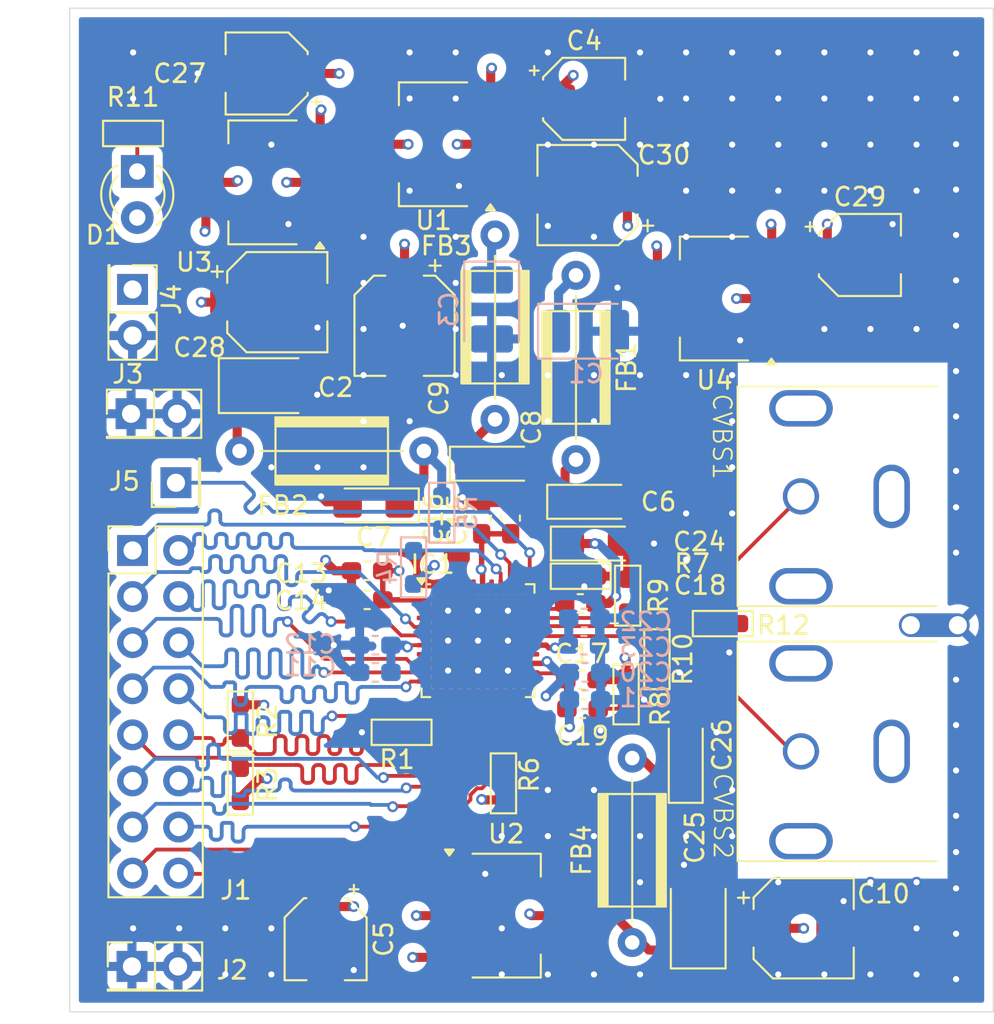
<source format=kicad_pcb>
(kicad_pcb (version 20241229) (generator "pcbnew") (generator_version "9.0")
  (layers (0 "F.Cu" signal) (4 "In1.Cu" power "GND") (6 "In2.Cu" power "PWR") (2 "B.Cu" power) (13 "F.Paste" user) (15 "B.Paste" user) (5 "F.SilkS" user "F.Silkscreen") (7 "B.SilkS" user "B.Silkscreen") (1 "F.Mask" user) (3 "B.Mask" user) (25 "Edge.Cuts" user))
  (net 0 "")
  (net 1 "GND")
  (net 2 "+3.3VPA")
  (net 3 "+3.3VPD")
  (net 4 "A3.3VDD")
  (net 5 "IO3.3VDD")
  (net 6 "D1.8VDD")
  (net 7 "A1.8VDD")
  (net 8 "Net-(IC1-EXT_LF)")
  (net 9 "Net-(IC1-COMP)")
  (net 10 "Net-(C19-Pad2)")
  (net 11 "DAC_1")
  (net 12 "DAC_3")
  (net 13 "+1.8VPD")
  (net 14 "SCL")
  (net 15 "Net-(IC1-ALSB)")
  (net 16 "+5V")
  (net 17 "~{HSYNC}")
  (net 18 "+1.8VPA")
  (net 19 "YE1")
  (net 20 "Net-(IC1-CLKIN)")
  (net 21 "YE3")
  (net 22 "SDA")
  (net 23 "Net-(IC1-~{RESET})")
  (net 24 "YE2")
  (net 25 "YE5")
  (net 26 "~{VSYNC}")
  (net 27 "YE7")
  (net 28 "Net-(IC1-RSET)")
  (net 29 "YE8")
  (net 30 "YE9")
  (net 31 "YE4")
  (net 32 "YE0")
  (net 33 "YE6")
  (net 34 "Net-(D1-Pad1)")
  (net 35 "Net-(IC1-SFL)")
  (net 36 "CGND")
  (net 37 "Net-(IC1-DAC_2)")
  (footprint "Package_TO_SOT_SMD:SOT-223-3_TabPin2" (layer "F.Cu") (at 61.8 42.6 180)
    (property "Reference" "U3")
    (property "Value" "AMS1117-3.3")
  )
  (footprint "PCM_Ferrite_THT_AKL:Ferrite_L6.0mm_D3.5mm_P10.16mm" (layer "F.Cu") (at 82.15 84.48 90)
    (property "Reference" "FB4")
    (property "Value" "Ferrite_Bead" (hide yes))
  )
  (footprint "Capacitor_SMD:C_0603_1608Metric_Pad1.08x0.95mm_HandSolder" (layer "F.Cu") (at 79.2875 65.8)
    (property "Reference" "C18")
    (property "Value" "2.2nF")
  )
  (footprint "Capacitor_SMD:C_0603_1608Metric_Pad1.08x0.95mm_HandSolder" (layer "F.Cu") (at 67.5375 65.6)
    (property "Reference" "C14")
    (property "Value" "0.1uF")
  )
  (footprint "Connector_PinHeader_2.54mm:PinHeader_2x01_P2.54mm_Vertical" (layer "F.Cu") (at 54.525 55.35)
    (property "Reference" "J3")
    (property "Value" "Conn_02x01")
  )
  (footprint "Capacitor_Tantalum_SMD:CP_EIA-3216-18_Kemet-A_Pad1.58x1.35mm_HandSolder" (layer "F.Cu") (at 85.1 74.3 90)
    (property "Reference" "C26")
    (property "Value" "10uF")
  )
  (footprint "LocalLibrary:CC-132-B1" (layer "F.Cu") (at 83.95 73.8 -90)
    (property "Reference" "CVBS2")
    (property "Value" "Conn_Coaxial")
  )
  (footprint "LED_THT:LED_D3.0mm" (layer "F.Cu") (at 54.87 42 -90)
    (property "Reference" "D1")
    (property "Value" "LED_3mm")
  )
  (footprint "PCM_Resistor_SMD_AKL:R_0603_1608Metric_Pad0.98x0.95mm_HandSolder" (layer "F.Cu") (at 60.55 75.7875 -90)
    (property "Reference" "R3")
    (property "Value" "2k2")
  )
  (footprint "PCM_Resistor_SMD_AKL:R_0603_1608Metric_Pad1.05x0.95mm_HandSolder" (layer "F.Cu") (at 54.634 39.9065 180)
    (property "Reference" "R11")
    (property "Value" "5k")
  )
  (footprint "Capacitor_SMD:CP_Elec_4x5.7" (layer "F.Cu") (at 94.7 46.6)
    (property "Reference" "C29")
    (property "Value" "10uF")
  )
  (footprint "PCM_Resistor_SMD_AKL:R_0603_1608Metric_Pad0.98x0.95mm_HandSolder" (layer "F.Cu") (at 87.1425 66.91)
    (property "Reference" "R12")
    (property "Value" "0")
  )
  (footprint "PCM_Resistor_SMD_AKL:R_0603_1608Metric_Pad0.98x0.95mm_HandSolder" (layer "F.Cu") (at 60.55 72.3 90)
    (property "Reference" "R2")
    (property "Value" "2k2")
  )
  (footprint "Capacitor_SMD:C_0603_1608Metric_Pad1.08x0.95mm_HandSolder" (layer "F.Cu") (at 75.45 61.1 90)
    (property "Reference" "C15")
    (property "Value" "0.01uF")
  )
  (footprint "PCM_Ferrite_THT_AKL:Ferrite_L6.0mm_D3.5mm_P10.16mm" (layer "F.Cu") (at 74.5875 45.5 -90)
    (property "Reference" "FB3")
    (property "Value" "Ferrite_Bead" (hide yes))
  )
  (footprint "Capacitor_SMD:CP_Elec_4x5.7" (layer "F.Cu") (at 62 36.6 180)
    (property "Reference" "C27")
    (property "Value" "10uF")
  )
  (footprint "Capacitor_SMD:CP_Elec_4x5.7" (layer "F.Cu") (at 79.5 38)
    (property "Reference" "C4")
    (property "Value" "10uF")
  )
  (footprint "NetTie:NetTie-2_THT_Pad1.0mm" (layer "F.Cu") (at 100.1 67 180)
    (property "Reference" "NT1" (hide yes))
    (property "Value" "NetTie_2" (hide yes))
  )
  (footprint "Capacitor_SMD:C_0603_1608Metric_Pad1.08x0.95mm_HandSolder" (layer "F.Cu") (at 79.4125 71.6)
    (property "Reference" "C19")
    (property "Value" "150nF")
  )
  (footprint "Capacitor_SMD:C_0603_1608Metric_Pad1.08x0.95mm_HandSolder" (layer "F.Cu") (at 73.85 61.1 -90)
    (property "Reference" "C16")
    (property "Value" "0.1uF")
  )
  (footprint "Connector_PinHeader_2.54mm:PinHeader_1x01_P2.54mm_Vertical" (layer "F.Cu") (at 57 59.15 90)
    (property "Reference" "J5")
    (property "Value" "Conn_01x01")
  )
  (footprint "Package_TO_SOT_SMD:SOT-223-3_TabPin2" (layer "F.Cu") (at 71.2 40.5 180)
    (property "Reference" "U1")
    (property "Value" "AMS1117-1.8")
  )
  (footprint "PCM_Resistor_SMD_AKL:R_0603_1608Metric_Pad0.98x0.95mm_HandSolder" (layer "F.Cu") (at 81.8125 70.8125 -90)
    (property "Reference" "R8")
    (property "Value" "170")
  )
  (footprint "Connector_PinHeader_2.54mm:PinHeader_2x01_P2.54mm_Vertical" (layer "F.Cu") (at 54.61 48.5 -90)
    (property "Reference" "J4")
    (property "Value" "Conn_02x01")
  )
  (footprint "Connector_PinHeader_2.54mm:PinHeader_2x08_P2.54mm_Vertical" (layer "F.Cu") (at 54.61 62.88)
    (property "Reference" "J1")
    (property "Value" "Conn_02x08_Odd_Even")
  )
  (footprint "PCM_Resistor_SMD_AKL:R_0603_1608Metric_Pad0.98x0.95mm_HandSolder" (layer "F.Cu") (at 69.4375 72.9)
    (property "Reference" "R1")
    (property "Value" "5k")
  )
  (footprint "Capacitor_Tantalum_SMD:CP_EIA-3216-18_Kemet-A_Pad1.58x1.35mm_HandSolder" (layer "F.Cu") (at 80.15 62.5)
    (property "Reference" "C24")
    (property "Value" "1uF")
  )
  (footprint "Capacitor_Tantalum_SMD:CP_EIA-3528-15_AVX-H_Pad1.50x2.35mm_HandSolder" (layer "F.Cu") (at 62 53.8)
    (property "Reference" "C2")
    (property "Value" "33uF")
  )
  (footprint "Capacitor_SMD:CP_Elec_5x5.7" (layer "F.Cu") (at 69.6 50.5 -90)
    (property "Reference" "C9")
    (property "Value" "22uF")
  )
  (footprint "Package_CSP:LFCSP-40-1EP_6x6mm_P0.5mm_EP3.9x3.9mm_ThermalVias" (layer "F.Cu") (at 73.65 67.85)
    (property "Reference" "IC1")
    (property "Value" "ADV7393BCPZ-REEL")
  )
  (footprint "Capacitor_Tantalum_SMD:CP_EIA-3216-18_Kemet-A_Pad1.58x1.35mm_HandSolder" (layer "F.Cu") (at 79.95 60.2)
    (property "Reference" "C6")
    (property "Value" "10uF")
  )
  (footprint "Capacitor_SMD:CP_Elec_5x5.7" (layer "F.Cu") (at 79.6875 43.3 180)
    (property "Reference" "C30")
    (property "Value" "22uF")
  )
  (footprint "Capacitor_SMD:C_0603_1608Metric_Pad1.08x0.95mm_HandSolder" (layer "F.Cu") (at 79.35 70)
    (property "Reference" "C17")
    (property "Value" "12nF")
  )
  (footprint "PCM_Resistor_SMD_AKL:R_0603_1608Metric_Pad0.98x0.95mm_HandSolder" (layer "F.Cu") (at 81.9 65.37 90)
    (property "Reference" "R9")
    (property "Value" "75")
  )
  (footprint "LocalLibrary:CC-132-B1" (layer "F.Cu") (at 83.95 59.75 -90)
    (property "Reference" "CVBS1")
    (property "Value" "Conn_Coaxial")
  )
  (footprint "Connector_PinHeader_2.54mm:PinHeader_2x01_P2.54mm_Vertical" (layer "F.Cu") (at 54.575 85.8)
    (property "Reference" "J2")
    (property "Value" "Conn_02x01")
  )
  (footprint "PCM_Resistor_SMD_AKL:R_0603_1608Metric_Pad0.98x0.95mm_HandSolder" (layer "F.Cu") (at 83.51 68.87 -90)
    (property "Reference" "R10")
    (property "Value" "75")
  )
  (footprint "PCM_Resistor_SMD_AKL:R_0603_1608Metric_Pad0.98x0.95mm_HandSolder" (layer "F.Cu") (at 75.05 75.7125 -90)
    (property "Reference" "R6")
    (property "Value" "4k7")
  )
  (footprint "PCM_Ferrite_THT_AKL:Ferrite_L6.0mm_D3.5mm_P10.16mm" (layer "F.Cu") (at 79.05 47.72 -90)
    (property "Reference" "FB1")
    (property "Value" "Ferrite_Bead" (hide yes))
  )
  (footprint "Capacitor_SMD:CP_Elec_5x5.7" (layer "F.Cu") (at 62.5875 49.2)
    (property "Reference" "C28")
    (property "Value" "22uF")
  )
  (footprint "Capacitor_SMD:CP_Elec_4x5.7" (layer "F.Cu") (at 65.25 84.3 -90)
    (property "Reference" "C5")
    (property "Value" "10uF")
  )
  (footprint "Capacitor_Tantalum_SMD:CP_EIA-3216-18_Kemet-A_Pad1.58x1.35mm_HandSolder" (layer "F.Cu") (at 74.5875 58.1)
    (property "Reference" "C8")
    (property "Value" "10uF")
  )
  (footprint "Package_TO_SOT_SMD:SOT-223-3_TabPin2" (layer "F.Cu") (at 75.2 83)
    (property "Reference" "U2")
    (property "Value" "AMS1117-1.8")
  )
  (footprint "Capacitor_Tantalum_SMD:CP_EIA-3216-18_Kemet-A_Pad1.58x1.35mm_HandSolder" (layer "F.Cu") (at 67.9 60.4 180)
    (property "Reference" "C7")
    (property "Value" "10uF")
  )
  (footprint "Capacitor_SMD:C_0603_1608Metric_Pad1.08x0.95mm_HandSolder" (layer "F.Cu") (at 67.5375 64 180)
    (property "Reference" "C13")
    (property "Value" "0.01uF")
  )
  (footprint "Capacitor_Tantalum_SMD:CP_EIA-3528-15_AVX-H_Pad1.50x2.35mm_HandSolder" (layer "F.Cu") (at 85.7875 83.275 90)
    (property "Reference" "C25")
    (property "Value" "33uF")
  )
  (footprint "PCM_Resistor_SMD_AKL:R_0603_1608Metric_Pad0.98x0.95mm_HandSolder" (layer "F.Cu") (at 79.3125 64.3)
    (property "Reference" "R7")
    (property "Value" "510")
  )
  (footprint "Capacitor_SMD:CP_Elec_5x5.7" (layer "F.Cu") (at 91.6 83.7)
    (property "Reference" "C10")
    (property "Value" "22uF")
  )
  (footprint "PCM_Ferrite_THT_AKL:Ferrite_L6.0mm_D3.5mm_P10.16mm" (layer "F.Cu") (at 60.5075 57.4)
    (property "Reference" "FB2")
    (property "Value" "Ferrite_Bead" (hide yes))
  )
  (footprint "Package_TO_SOT_SMD:SOT-223-3_TabPin2" (layer "F.Cu") (at 86.6875 49 180)
    (property "Reference" "U4")
    (property "Value" "AMS1117-3.3")
  )
  (footprint "Capacitor_SMD:C_0603_1608Metric_Pad1.08x0.95mm_HandSolder" (layer "B.Cu") (at 67.9875 69.6 180)
    (property "Reference" "C11")
    (property "Value" "0.01uF")
  )
  (footprint "Capacitor_Tantalum_SMD:CP_EIA-3528-15_AVX-H_Pad1.50x2.35mm_HandSolder" (layer "B.Cu") (at 74.4 49.6 -90)
    (property "Reference" "C3")
    (property "Value" "33uF")
  )
  (footprint "PCM_Resistor_SMD_AKL:R_0603_1608Metric_Pad0.98x0.95mm_HandSolder" (layer "B.Cu") (at 71.65 60.8 90)
    (property "Reference" "R5")
    (property "Value" "4k7")
  )
  (footprint "Capacitor_SMD:C_0603_1608Metric_Pad1.08x0.95mm_HandSolder" (layer "B.Cu") (at 79.5125 66.6)
    (property "Reference" "C22")
    (property "Value" "0.01uF")
  )
  (footprint "Capacitor_SMD:C_0603_1608Metric_Pad1.08x0.95mm_HandSolder" (layer "B.Cu") (at 79.55 71.1 180)
    (property "Reference" "C21")
    (property "Value" "0.1uF")
  )
  (footprint "Capacitor_SMD:C_0603_1608Metric_Pad1.08x0.95mm_HandSolder" (layer "B.Cu") (at 67.9875 68.1)
    (property "Reference" "C12")
    (property "Value" "0.1uF")
  )
  (footprint "Capacitor_SMD:C_0603_1608Metric_Pad1.08x0.95mm_HandSolder" (layer "B.Cu") (at 79.4875 68.1 180)
    (property "Reference" "C23")
    (property "Value" "0.1uF")
  )
  (footprint "Capacitor_Tantalum_SMD:CP_EIA-3528-15_AVX-H_Pad1.50x2.35mm_HandSolder" (layer "B.Cu") (at 79.6 50.8)
    (property "Reference" "C1")
    (property "Value" "33uF")
  )
  (footprint "Capacitor_SMD:C_0603_1608Metric_Pad1.08x0.95mm_HandSolder" (layer "B.Cu") (at 79.55 69.6)
    (property "Reference" "C20")
    (property "Value" "0.01uF")
  )
  (footprint "PCM_Resistor_SMD_AKL:R_0603_1608Metric_Pad0.98x0.95mm_HandSolder" (layer "B.Cu") (at 70.1 63.8125 -90)
    (property "Reference" "R4")
    (property "Value" "4k7")
  )
  (gr_rect (start 51.15 33) (end 102.05 88.3) (stroke (width 0.05)) (fill no) (layer "Edge.Cuts"))
  (segment (start 85.7875 81.65) (end 85.7875 80.9875) (width 0.5) (layer "F.Cu") (net 1))
  (segment (start 75.65 60.0375) (end 75.45 60.2375) (width 0.5) (layer "F.Cu") (net 1))
  (segment (start 60.2 36.6) (end 58.2 36.6) (width 0.5) (layer "F.Cu") (net 1))
  (segment (start 76.6 70.1) (end 76.574 70.074) (width 0.21) (layer "F.Cu") (net 1))
  (segment (start 84.7125 69.5625) (end 84.75 69.6) (width 0.5) (layer "F.Cu") (net 1))
  (segment (start 81.5875 62.5) (end 83.35 62.5) (width 0.5) (layer "F.Cu") (net 1))
  (segment (start 80.225 64.3) (end 81.7125 64.3) (width 0.5) (layer "F.Cu") (net 1))
  (segment (start 53.759 39.9065) (end 53.759 38.861) (width 0.21) (layer "F.Cu") (net 1))
  (segment (start 88.055 66.91) (end 88.055 66.945) (width 0.21) (layer "F.Cu") (net 1))
  (segment (start 86.7625 72.8625) (end 86.8 72.9) (width 0.5) (layer "F.Cu") (net 1))
  (segment (start 65.25 63.42) (end 65.27 63.44) (width 0.5) (layer "F.Cu") (net 1))
  (segment (start 65.42 65.08) (end 65.94 65.6) (width 0.5) (layer "F.Cu") (net 1))
  (segment (start 70.7 66.6) (end 71.6 66.6) (width 0.21) (layer "F.Cu") (net 1))
  (segment (start 76.6 70.1) (end 76.137988 70.1) (width 0.21) (layer "F.Cu") (net 1))
  (segment (start 76.6 68.6) (end 74.4 68.6) (width 0.21) (layer "F.Cu") (net 1))
  (segment (start 77.4875 44.9875) (end 77.5 45) (width 0.5) (layer "F.Cu") (net 1))
  (segment (start 87.5 67.5) (end 87.5 68.5) (width 0.21) (layer "F.Cu") (net 1))
  (segment (start 76.137988 70.1) (end 75.537988 69.5) (width 0.21) (layer "F.Cu") (net 1))
  (segment (start 73.4 64.9) (end 73.4 65.95) (width 0.21) (layer "F.Cu") (net 1))
  (segment (start 65.75 64) (end 66.675 64) (width 0.5) (layer "F.Cu") (net 1))
  (segment (start 63.75 54.3) (end 64.7875 54.3) (width 0.5) (layer "F.Cu") (net 1))
  (segment (start 85.7875 80.9875) (end 85 80.2) (width 0.5) (layer "F.Cu") (net 1))
  (segment (start 81.5875 60.4) (end 81.3875 60.2) (width 0.5) (layer "F.Cu") (net 1))
  (segment (start 74.4 65.45) (end 73.65 66.2) (width 0.21) (layer "F.Cu") (net 1))
  (segment (start 83.4 69.5625) (end 84.7125 69.5625) (width 0.5) (layer "F.Cu") (net 1))
  (segment (start 77.4875 43.3) (end 77.4875 44.9875) (width 0.5) (layer "F.Cu") (net 1))
  (segment (start 75.65 58.7) (end 75.65 60.0375) (width 0.5) (layer "F.Cu") (net 1))
  (segment (start 71.6 66.6) (end 72 66.2) (width 0.21) (layer "F.Cu") (net 1))
  (segment (start 71.25 68.6) (end 72 67.85) (width 0.21) (layer "F.Cu") (net 1))
  (segment (start 65.27 63.52) (end 65.75 64) (width 0.5) (layer "F.Cu") (net 1))
  (segment (start 81.5875 62.5) (end 81.5875 60.4) (width 0.5) (layer "F.Cu") (net 1))
  (segment (start 65.25 86.1) (end 66.7 86.1) (width 0.5) (layer "F.Cu") (net 1))
  (segment (start 81.9 64.4875) (end 81.9 62.8125) (width 0.5) (layer "F.Cu") (net 1))
  (segment (start 66.7 86.1) (end 66.8 86) (width 0.5) (layer "F.Cu") (net 1))
  (segment (start 72.9 65.45) (end 73.65 66.2) (width 0.21) (layer "F.Cu") (net 1))
  (segment (start 69.6 50.6) (end 69.5 50.5) (width 0.5) (layer "F.Cu") (net 1))
  (segment (start 80.067474 64.3) (end 80.225 64.3) (width 0.5) (layer "F.Cu") (net 1))
  (segment (start 89.8375 51.3) (end 88.1 51.3) (width 0.5) (layer "F.Cu") (net 1))
  (segment (start 71.4 64.9) (end 71.5 65) (width 0.21) (layer "F.Cu") (net 1))
  (segment (start 71.5 65) (end 71.5 65.7) (width 0.21) (layer "F.Cu") (net 1))
  (segment (start 65.94 65.6) (end 66.675 65.6) (width 0.5) (layer "F.Cu") (net 1))
  (segment (start 75.537988 69.5) (end 75.3 69.5) (width 0.21) (layer "F.Cu") (net 1))
  (segment (start 71.5 65.7) (end 72 66.2) (width 0.21) (layer "F.Cu") (net 1))
  (segment (start 72.4 65.8) (end 72 66.2) (width 0.21) (layer "F.Cu") (net 1))
  (segment (start 93.8 83.7) (end 93.8 82.2) (width 0.5) (layer "F.Cu") (net 1))
  (segment (start 81.7125 64.3) (end 81.9 64.4875) (width 0.5) (layer "F.Cu") (net 1))
  (segment (start 69.6 52.7) (end 69.6 50.6) (width 0.5) (layer "F.Cu") (net 1))
  (segment (start 72.4 64.9) (end 72.4 65.8) (width 0.21) (layer "F.Cu") (net 1))
  (segment (start 72.05 80.7) (end 74.05 80.7) (width 0.5) (layer "F.Cu") (net 1))
  (segment (start 70.7 66.1) (end 71.9 66.1) (width 0.21) (layer "F.Cu") (net 1))
  (segment (start 68.525 72.9) (end 67.25 72.9) (width 0.5) (layer "F.Cu") (net 1))
  (segment (start 73.0875 60.2375) (end 73.85 60.2375) (width 0.5) (layer "F.Cu") (net 1))
  (segment (start 53.759 38.861) (end 54.64 37.98) (width 0.21) (layer "F.Cu") (net 1))
  (segment (start 66.675 64) (end 66.675 65.6) (width 0.5) (layer "F.Cu") (net 1))
  (segment (start 72.9 64.9) (end 72.9 65.45) (width 0.21) (layer "F.Cu") (net 1))
  (segment (start 72.8 59.95) (end 73.0875 60.2375) (width 0.5) (layer "F.Cu") (net 1))
  (segment (start 88.055 66.945) (end 87.5 67.5) (width 0.21) (layer "F.Cu") (net 1))
  (segment (start 64.95 44.9) (end 63.2 44.9) (width 0.5) (layer "F.Cu") (net 1))
  (segment (start 74.4 64.9) (end 74.4 65.45) (width 0.21) (layer "F.Cu") (net 1))
  (segment (start 79.508737 64.858737) (end 80.067474 64.3) (width 0.5) (layer "F.Cu") (net 1))
  (segment (start 66.45 60.2) (end 65.3 60.2) (width 0.5) (layer "F.Cu") (net 1))
  (segment (start 71.9 64.9) (end 71.9 66.1) (width 0.21) (layer "F.Cu") (net 1))
  (segment (start 65.27 63.44) (end 65.27 63.52) (width 0.5) (layer "F.Cu") (net 1))
  (segment (start 73.4 65.95) (end 73.65 66.2) (width 0.21) (layer "F.Cu") (net 1))
  (segment (start 71.9 66.1) (end 72 66.2) (width 0.21) (layer "F.Cu") (net 1))
  (segment (start 70.7 68.6) (end 71.25 68.6) (width 0.21) (layer "F.Cu") (net 1))
  (segment (start 65.3 60.2) (end 65 59.9) (width 0.5) (layer "F.Cu") (net 1))
  (segment (start 64.7875 50.5875) (end 64.8 50.6) (width 0.5) (layer "F.Cu") (net 1))
  (segment (start 96.5 46.6) (end 96.5 44.9) (width 0.5) (layer "F.Cu") (net 1))
  (segment (start 85.1 72.8625) (end 86.7625 72.8625) (width 0.5) (layer "F.Cu") (net 1))
  (segment (start 74.35 42.8) (end 72.6 42.8) (width 0.5) (layer "F.Cu") (net 1))
  (segment (start 64.7875 49.2) (end 64.7875 50.5875) (width 0.5) (layer "F.Cu") (net 1))
  (segment (start 75.45 60.2375) (end 73.85 60.2375) (width 0.5) (layer "F.Cu") (net 1))
  (segment (start 81.3 38) (end 83.7 38) (width 0.5) (layer "F.Cu") (net 1))
  (via (at 63.2 44.9) (size 0.6) (drill 0.34) (layers "F.Cu" "B.Cu") (net 1))
  (via (at 54.64 37.98) (size 0.6) (drill 0.34) (layers "F.Cu" "B.Cu") (net 1))
  (via (at 80.04 45.6) (size 0.6) (drill 0.34) (layers "F.Cu" "B.Cu") (net 1))
  (via (at 95.28 35.44) (size 0.6) (drill 0.34) (layers "F.Cu" "B.Cu") (net 1))
  (via (at 64.8 50.6) (size 0.6) (drill 0.34) (layers "F.Cu" "B.Cu") (net 1))
  (via (at 100 72.5) (size 0.6) (drill 0.34) (layers "F.Cu" "B.Cu") (net 1))
  (via (at 100 81.5) (size 0.6) (drill 0.34) (layers "F.Cu" "B.Cu") (net 1))
  (via (at 62.26 83.7) (size 0.6) (drill 0.34) (layers "F.Cu" "B.Cu") (net 1))
  (via (at 59.72 83.7) (size 0.6) (drill 0.34) (layers "F.Cu" "B.Cu") (net 1))
  (via (at 59.72 86.24) (size 0.6) (drill 0.34) (layers "F.Cu" "B.Cu") (net 1))
  (via (at 79.508737 64.858737) (size 0.6) (drill 0.34) (layers "F.Cu" "B.Cu") (net 1))
  (via (at 87.66 60.84) (size 0.6) (drill 0.34) (layers "F.Cu" "B.Cu") (net 1))
  (via (at 85.12 63.38) (size 0.6) (drill 0.34) (layers "F.Cu" "B.Cu") (net 1))
  (via (at 80.04 76.08) (size 0.6) (drill 0.34) (layers "F.Cu" "B.Cu") (net 1))
  (via (at 100 75) (size 0.6) (drill 0.34) (layers "F.Cu" "B.Cu") (net 1))
  (via (at 83.7 38) (size 0.6) (drill 0.34) (layers "F.Cu" "B.Cu") (net 1))
  (via (at 87.66 78.62) (size 0.6) (drill 0.34) (layers "F.Cu" "B.Cu") (net 1))
  (via (at 100 60.5) (size 0.6) (drill 0.34) (layers "F.Cu" "B.Cu") (net 1))
  (via (at 87.66 45.6) (size 0.6) (drill 0.34) (layers "F.Cu" "B.Cu") (net 1))
  (via (at 80.4 72.8) (size 0.6) (drill 0.34) (layers "F.Cu" "B.Cu") (net 1))
  (via (at 85.12 43.06) (size 0.6) (drill 0.34) (layers "F.Cu" "B.Cu") (net 1))
  (via (at 80.04 55.76) (size 0.6) (drill 0.34) (layers "F.Cu" "B.Cu") (net 1))
  (via (at 87.66 37.98) (size 0.6) (drill 0.34) (layers "F.Cu" "B.Cu") (net 1))
  (via (at 86.8 72.9) (size 0.6) (drill 0.34) (layers "F.Cu" "B.Cu") (net 1))
  (via (at 90.2 35.44) (size 0.6) (drill 0.34) (layers "F.Cu" "B.Cu") (net 1))
  (via (at 87.66 40.52) (size 0.6) (drill 0.34) (layers "F.Cu" "B.Cu") (net 1))
  (via (at 74.05 80.7) (size 0.6) (drill 0.34) (layers "F.Cu" "B.Cu") (net 1))
  (via (at 85 80.2) (size 0.6) (drill 0.34) (layers "F.Cu" "B.Cu") (net 1))
  (via (at 93.8 82.2) (size 0.6) (drill 0.34) (layers "F.Cu" "B.Cu") (net 1))
  (via (at 67.34 53.22) (size 0.6) (drill 0.34) (layers "F.Cu" "B.Cu") (net 1))
  (via (at 92.74 37.98) (size 0.6) (drill 0.34) (layers "F.Cu" "B.Cu") (net 1))
  (via (at 100 43) (size 0.6) (drill 0.34) (layers "F.Cu" "B.Cu") (net 1))
  (via (at 87.5 68.5) (size 0.6) (drill 0.34) (layers "F.Cu" "B.Cu") (net 1))
  (via (at 92.74 40.52) (size 0.6) (drill 0.34) (layers "F.Cu" "B.Cu") (net 1))
  (via (at 100 38) (size 0.6) (drill 0.34) (layers "F.Cu" "B.Cu") (net 1))
  (via (at 97.82 37.98) (size 0.6) (drill 0.34) (layers "F.Cu" "B.Cu") (net 1))
  (via (at 69.88 37.98) (size 0.6) (drill 0.34) (layers "F.Cu" "B.Cu") (net 1))
  (via (at 95.28 43.06) (size 0.6) (drill 0.34) (layers "F.Cu" "B.Cu") (net 1))
  (via (at 85.12 35.44) (size 0.6) (drill 0.34) (layers "F.Cu" "B.Cu") (net 1))
  (via (at 72.8 59.95) (size 0.6) (drill 0.34) (layers "F.Cu" "B.Cu") (net 1))
  (via (at 77.5 86.24) (size 0.6) (drill 0.34) (layers "F.Cu" "B.Cu") (net 1))
  (via (at 97.82 40.52) (size 0.6) (drill 0.34) (layers "F.Cu" "B.Cu") (net 1))
  (via (at 97.82 35.44) (size 0.6) (drill 0.34) (layers "F.Cu" "B.Cu") (net 1))
  (via (at 72.42 53.22) (size 0.6) (drill 0.34) (layers "F.Cu" "B.Cu") (net 1))
  (via (at 82.58 81.16) (size 0.6) (drill 0.34) (layers "F.Cu" "B.Cu") (net 1))
  (via (at 84.75 69.6) (size 0.6) (drill 0.34) (layers "F.Cu" "B.Cu") (net 1))
  (via (at 72.6 42.8) (size 0.6) (drill 0.34) (layers "F.Cu" "B.Cu") (net 1))
  (via (at 54.64 35.44) (size 0.6) (drill 0.34) (layers "F.Cu" "B.Cu") (net 1))
  (via (at 92.74 35.44) (size 0.6) (drill 0.34) (layers "F.Cu" "B.Cu") (net 1))
  (via (at 54.64 83.7) (size 0.6) (drill 0.34) (layers "F.Cu" "B.Cu") (net 1))
  (via (at 97.82 86.24) (size 0.6) (drill 0.34) (layers "F.Cu" "B.Cu") (net 1))
  (via (at 62.26 40.52) (size 0.6) (drill 0.34) (layers "F.Cu" "B.Cu") (net 1))
  (via (at 95.28 40.52) (size 0.6) (drill 0.34) (layers "F.Cu" "B.Cu") (net 1))
  (via (at 97.82 81.16) (size 0.6) (drill 0.34) (layers "F.Cu" "B.Cu") (net 1))
  (via (at 87.66 35.44) (size 0.6) (drill 0.34) (layers "F.Cu" "B.Cu") (net 1))
  (via (at 90.2 86.24) (size 0.6) (drill 0.34) (layers "F.Cu" "B.Cu") (net 1))
  (via (at 74.96 78.62) (size 0.6) (drill 0.34) (layers "F.Cu" "B.Cu") (net 1))
  (via (at 88.1 51.3) (size 0.6) (drill 0.34) (layers "F.Cu" "B.Cu") (net 1))
  (via (at 66.8 86) (size 0.6) (drill 0.34) (layers "F.Cu" "B.Cu") (net 1))
  (via (at 95.28 81.16) (size 0.6) (drill 0.34) (layers "F.Cu" "B.Cu") (net 1))
  (via (at 77.5 78.62) (size 0.6) (drill 0.34) (layers "F.Cu" "B.Cu") (net 1))
  (via (at 69.88 43.06) (size 0.6) (drill 0.34) (layers "F.Cu" "B.Cu") (net 1))
  (via (at 95.28 86.24) (size 0.6) (drill 0.34) (layers "F.Cu" "B.Cu") (net 1))
  (via (at 77.5 35.44) (size 0.6) (drill 0.34) (layers "F.Cu" "B.Cu") (net 1))
  (via (at 100 48) (size 0.6) (drill 0.34) (layers "F.Cu" "B.Cu") (net 1))
  (via (at 97.82 50.68) (size 0.6) (drill 0.34) (layers "F.Cu" "B.Cu") (net 1))
  (via (at 62.26 58.3) (size 0.6) (drill 0.34) (layers "F.Cu" "B.Cu") (net 1))
  (via (at 95.28 50.68) (size 0.6) (drill 0.34) (layers "F.Cu" "B.Cu") (net 1))
  (via (at 82.58 78.62) (size 0.6) (drill 0.34) (layers "F.Cu" "B.Cu") (net 1))
  (via (at 92.74 43.06) (size 0.6) (drill 0.34) (layers "F.Cu" "B.Cu") (net 1))
  (via (at 97.82 83.7) (size 0.6) (drill 0.34) (layers "F.Cu" "B.Cu") (net 1))
  (via (at 67.34 48.14) (size 0.6) (drill 0.34) (layers "F.Cu" "B.Cu") (net 1))
  (via (at 77.5 45) (size 0.6) (drill 0.34) (layers "F.Cu" "B.Cu") (net 1))
  (via (at 77.5 40.52) (size 0.6) (drill 0.34) (layers "F.Cu" "B.Cu") (net 1))
  (via (at 81.3375 48.4) (size 0.6) (drill 0.34) (layers "F.Cu" "B.Cu") (net 1))
  (via (at 83.35 62.5) (size 0.6) (drill 0.34) (layers "F.Cu" "B.Cu") (net 1))
  (via (at 72.42 35.44) (size 0.6) (drill 0.34) (layers "F.Cu" "B.Cu") (net 1))
  (via (at 85.12 60.84) (size 0.6) (drill 0.34) (layers "F.Cu" "B.Cu") (net 1))
  (via (at 80.04 78.62) (size 0.6) (drill 0.34) (layers "F.Cu" "B.Cu") (net 1))
  (via (at 100 70) (size 0.6) (drill 0.34) (layers "F.Cu" "B.Cu") (net 1))
  (via (at 67.34 45.6) (size 0.6) (drill 0.34) (layers "F.Cu" "B.Cu") (net 1))
  (via (at 77.5 55.76) (size 0.6) (drill 0.34) (layers "F.Cu" "B.Cu") (net 1))
  (via (at 100 77.5) (size 0.6) (drill 0.34) (layers "F.Cu" "B.Cu") (net 1))
  (via (at 72.42 45.6) (size 0.6) (drill 0.34) (layers "F.Cu" "B.Cu") (net 1))
  (via (at 85.12 53.22) (size 0.6) (drill 0.34) (layers "F.Cu" "B.Cu") (net 1))
  (via (at 58.2 36.6) (size 0.6) (drill 0.34) (layers "F.Cu" "B.Cu") (net 1))
  (via (at 74.96 53.22) (size 0.6) (drill 0.34) (layers "F.Cu" "B.Cu") (net 1))
  (via (at 100 86.5) (size 0.6) (drill 0.34) (layers "F.Cu" "B.Cu") (net 1))
  (via (at 90.2 37.98) (size 0.6) (drill 0.34) (layers "F.Cu" "B.Cu") (net 1))
  (via (at 65.42 65.08) (size 0.6) (drill 0.34) (layers "F.Cu" "B.Cu") (net 1))
  (via (at 82.58 53.22) (size 0.6) (drill 0.34) (layers "F.Cu" "B.Cu") (net 1))
  (via (at 85.12 40.52) (size 0.6) (drill 0.34) (layers "F.Cu" "B.Cu") (net 1))
  (via (at 77.5 76.08) (size 0.6) (drill 0.34) (layers "F.Cu" "B.Cu") (net 1))
  (via (at 92.74 50.68) (size 0.6) (drill 0.34) (layers "F.Cu" "B.Cu") (net 1))
  (via (at 100 79.5) (size 0.6) (drill 0.34) (layers "F.Cu" "B.Cu") (net 1))
  (via (at 100 35.5) (size 0.6) (drill 0.34) (layers "F.Cu" "B.Cu") (net 1))
  (via (at 100 58.5) (size 0.6) (drill 0.34) (layers "F.Cu" "B.Cu") (net 1))
  (via (at 67.25 72.9) (size 0.6) (drill 0.34) (layers "F.Cu" "B.Cu") (net 1))
  (via (at 69.5 50.5) (size 0.6) (drill 0.34) (layers "F.Cu" "B.Cu") (net 1))
  (via (at 82.58 86.24) (size 0.6) (drill 0.34) (layers "F.Cu" "B.Cu") (net 1))
  (via (at 67.34 55.76) (size 0.6) (drill 0.34) (layers "F.Cu" "B.Cu") (net 1))
  (via (at 87.66 55.76) (size 0.6) (drill 0.34) (layers "F.Cu" "B.Cu") (net 1))
  (via (at 69.88 55.76) (size 0.6) (drill 0.34) (layers "F.Cu" "B.Cu") (net 1))
  (via (at 82.58 35.44) (size 0.6) (drill 0.34) (layers "F.Cu" "B.Cu") (net 1))
  (via (at 87.66 76.08) (size 0.6) (drill 0.34) (layers "F.Cu" "B.Cu") (net 1))
  (via (at 85.12 45.6) (size 0.6) (drill 0.34) (layers "F.Cu" "B.Cu") (net 1))
  (via (at 97.82 43.06) (size 0.6) (drill 0.34) (layers "F.Cu" "B.Cu") (net 1))
  (via (at 90.2 40.52) (size 0.6) (drill 0.34) (layers "F.Cu" "B.Cu") (net 1))
  (via (at 85.12 37.98) (size 0.6) (drill 0.34) (layers "F.Cu" "B.Cu") (net 1))
  (via (at 57.18 83.7) (size 0.6) (drill 0.34) (layers "F.Cu" "B.Cu") (net 1))
  (via (at 87.66 53.22) (size 0.6) (drill 0.34) (layers "F.Cu" "B.Cu") (net 1))
  (via (at 67.34 50.68) (size 0.6) (drill 0.34) (layers "F.Cu" "B.Cu") (net 1))
  (via (at 100 53) (size 0.6) (drill 0.34) (layers "F.Cu" "B.Cu") (net 1))
  (via (at 65.7 68.1) (size 0.6) (drill 0.34) (layers "F.Cu" "B.Cu") (net 1))
  (via (at 64.8 58.3) (size 0.6) (drill 0.34) (layers "F.Cu" "B.Cu") (net 1))
  (via (at 72.42 48.14) (size 0.6) (drill 0.34) (layers "F.Cu" "B.Cu") (net 1))
  (via (at 100 84) (size 0.6) (drill 0.34) (layers "F.Cu" "B.Cu") (net 1))
  (via (at 64.7875 54.3) (size 0.6) (drill 0.34) (layers "F.Cu" "B.Cu") (net 1))
  (via (at 87.66 43.06) (size 0.6) (drill 0.34) (layers "F.Cu" "B.Cu") (net 1))
  (via (at 100 63) (size 0.6) (drill 0.34) (layers "F.Cu" "B.Cu") (net 1))
  (via (at 80.04 40.52) (size 0.6) (drill 0.34) (layers "F.Cu" "B.Cu") (net 1))
  (via (at 90.2 81.16) (size 0.6) (drill 0.34) (layers "F.Cu" "B.Cu") (net 1))
  (via (at 65 59.9) (size 0.6) (drill 0.34) (layers "F.Cu" "B.Cu") (net 1))
  (via (at 100 50.5) (size 0.6) (drill 0.34) (layers "F.Cu" "B.Cu") (net 1))
  (via (at 90.2 43.06) (size 0.6) (drill 0.34) (layers "F.Cu" "B.Cu") (net 1))
  (via (at 72.42 37.98) (size 0.6) (drill 0.34) (layers "F.Cu" "B.Cu") (net 1))
  (via (at 80.04 53.22) (size 0.6) (drill 0.34) (layers "F.Cu" "B.Cu") (net 1))
  (via (at 100 45.5) (size 0.6) (drill 0.34) (layers "F.Cu" "B.Cu") (net 1))
  (via (at 96.5 44.9) (size 0.6) (drill 0.34) (layers "F.Cu" "B.Cu") (net 1))
  (via (at 77.5 53.22) (size 0.6) (drill 0.34) (layers "F.Cu" "B.Cu") (net 1))
  (via (at 95.28 37.98) (size 0.6) (drill 0.34) (layers "F.Cu" "B.Cu") (net 1))
  (via (at 85.12 78.62) (size 0.6) (drill 0.34) (layers "F.Cu" "B.Cu") (net 1))
  (via (at 100 40.5) (size 0.6) (drill 0.34) (layers "F.Cu" "B.Cu") (net 1))
  (via (at 65.25 63.42) (size 0.6) (drill 0.34) (layers "F.Cu" "B.Cu") (net 1))
  (via (at 74.96 83.7) (size 0.6) (drill 0.34) (layers "F.Cu" "B.Cu") (net 1))
  (via (at 69.88 35.44) (size 0.6) (drill 0.34) (layers "F.Cu" "B.Cu") (net 1))
  (via (at 80.04 86.24) (size 0.6) (drill 0.34) (layers "F.Cu" "B.Cu") (net 1))
  (via (at 82.8 71.1) (size 0.6) (drill 0.34) (layers "F.Cu" "B.Cu") (net 1))
  (via (at 72.42 50.68) (size 0.6) (drill 0.34) (layers "F.Cu" "B.Cu") (net 1))
  (via (at 67.34 58.3) (size 0.6) (drill 0.34) (layers "F.Cu" "B.Cu") (net 1))
  (via (at 100 55.5) (size 0.6) (drill 0.34) (layers "F.Cu" "B.Cu") (net 1))
  (via (at 74.96 86.24) (size 0.6) (drill 0.34) (layers "F.Cu" "B.Cu") (net 1))
  (via (at 62.26 86.24) (size 0.6) (drill 0.34) (layers "F.Cu" "B.Cu") (net 1))
  (via (at 87.66 58.3) (size 0.6) (drill 0.34) (layers "F.Cu" "B.Cu") (net 1))
  (via (at 92.74 86.24) (size 0.6) (drill 0.34) (layers "F.Cu" "B.Cu") (net 1))
  (via (at 82.58 40.52) (size 0.6) (drill 0.34) (layers "F.Cu" "B.Cu") (net 1))
  (segment (start 80.4125 72.7875) (end 80.4 72.8) (width 0.5) (layer "B.Cu") (net 1))
  (segment (start 66.6 69.6) (end 66 69) (width 0.5) (layer "B.Cu") (net 1))
  (segment (start 79.508737 65.301211) (end 80.375 66.167474) (width 0.5) (layer "B.Cu") (net 1))
  (segment (start 67.125 69.6) (end 66.6 69.6) (width 0.5) (layer "B.Cu") (net 1))
  (segment (start 80.4125 71.1) (end 80.4125 72.7875) (width 0.5) (layer "B.Cu") (net 1))
  (segment (start 67.125 68.1) (end 65.7 68.1) (width 0.5) (layer "B.Cu") (net 1))
  (segment (start 67.175 68.15) (end 67.125 68.1) (width 0.5) (layer "B.Cu") (net 1))
  (segment (start 80.4125 71.1) (end 82.8 71.1) (width 0.5) (layer "B.Cu") (net 1))
  (segment (start 67.8 68.15) (end 67.175 68.15) (width 0.5) (layer "B.Cu") (net 1))
  (segment (start 81.3375 48.4) (end 81.3375 49.9) (width 0.5) (layer "B.Cu") (net 1))
  (segment (start 79.508737 64.858737) (end 79.508737 65.301211) (width 0.5) (layer "B.Cu") (net 1))
  (segment (start 80.375 66.167474) (end 80.375 66.6) (width 0.5) (layer "B.Cu") (net 1))
  (segment (start 83.5375 46.1375) (end 83.5 46.1) (width 0.5) (layer "F.Cu") (net 2))
  (segment (start 81.8875 43.3) (end 81.8875 44.9875) (width 0.5) (layer "F.Cu") (net 2))
  (segment (start 81.8875 44.9875) (end 81.9 45) (width 0.5) (layer "F.Cu") (net 2))
  (segment (start 89.8375 49) (end 87.9 49) (width 0.5) (layer "F.Cu") (net 2))
  (segment (start 83.5375 49) (end 83.5375 46.1375) (width 0.5) (layer "F.Cu") (net 2))
  (via (at 81.9 45) (size 0.6) (drill 0.34) (layers "F.Cu" "B.Cu") (net 2))
  (via (at 83.5 46.1) (size 0.6) (drill 0.34) (layers "F.Cu" "B.Cu") (net 2))
  (via (at 87.9 49) (size 0.6) (drill 0.34) (layers "F.Cu" "B.Cu") (net 2))
  (segment (start 78.0875 48.6825) (end 79.05 47.72) (width 0.5) (layer "B.Cu") (net 2))
  (segment (start 78.0875 49.9) (end 78.0875 48.6825) (width 0.5) (layer "B.Cu") (net 2))
  (segment (start 60.3875 49.2) (end 60.3875 53.7875) (width 0.5) (layer "F.Cu") (net 3))
  (segment (start 60.3875 53.7875) (end 60.375 53.8) (width 0.5) (layer "F.Cu") (net 3))
  (segment (start 60.3875 49.2) (end 58.4 49.2) (width 0.5) (layer "F.Cu") (net 3))
  (segment (start 58.65 45.25) (end 58.6 45.3) (width 0.5) (layer "F.Cu") (net 3))
  (segment (start 58.65 42.6) (end 60.3 42.6) (width 0.5) (layer "F.Cu") (net 3))
  (segment (start 60.3 42.6) (end 60.4 42.5) (width 0.5) (layer "F.Cu") (net 3))
  (segment (start 64.95 42.6) (end 63.1 42.6) (width 0.5) (layer "F.Cu") (net 3))
  (segment (start 60.375 53.8) (end 60.375 57.2675) (width 0.5) (layer "F.Cu") (net 3))
  (segment (start 58.65 42.6) (end 58.65 45.25) (width 0.5) (layer "F.Cu") (net 3))
  (segment (start 60.375 57.2675) (end 60.5075 57.4) (width 0.5) (layer "F.Cu") (net 3))
  (via (at 63.1 42.6) (size 0.6) (drill 0.34) (layers "F.Cu" "B.Cu") (net 3))
  (via (at 60.4 42.5) (size 0.6) (drill 0.34) (layers "F.Cu" "B.Cu") (net 3))
  (via (at 58.4 49.2) (size 0.6) (drill 0.34) (layers "F.Cu" "B.Cu") (net 3))
  (via (at 58.6 45.3) (size 0.6) (drill 0.34) (layers "F.Cu" "B.Cu") (net 3))
  (segment (start 77.554228 68.25) (end 77.404228 68.1) (width 0.3) (layer "F.Cu") (net 4))
  (segment (start 80.85 65.8) (end 81.25 65.4) (width 0.5) (layer "F.Cu") (net 4))
  (segment (start 78.45 62.2375) (end 78.7125 62.5) (width 0.5) (layer "F.Cu") (net 4))
  (segment (start 78.45 60.6) (end 78.45 62.2375) (width 0.5) (layer "F.Cu") (net 4))
  (segment (start 77.9 68.25) (end 77.554228 68.25) (width 0.3) (layer "F.Cu") (net 4))
  (segment (start 77.404228 68.1) (end 76.6 68.1) (width 0.3) (layer "F.Cu") (net 4))
  (segment (start 80.15 65.8) (end 80.85 65.8) (width 0.5) (layer "F.Cu") (net 4))
  (segment (start 78.45 60.6) (end 78.45 58.48) (width 0.5) (layer "F.Cu") (net 4))
  (segment (start 78.45 58.48) (end 79.05 57.88) (width 0.5) (layer "F.Cu") (net 4))
  (segment (start 80.09 62.5) (end 78.7125 62.5) (width 0.5) (layer "F.Cu") (net 4))
  (via (at 80.09 62.5) (size 0.6) (drill 0.34) (layers "F.Cu" "B.Cu") (net 4))
  (via (at 81.25 65.4) (size 0.6) (drill 0.34) (layers "F.Cu" "B.Cu") (net 4))
  (via (at 77.9 68.25) (size 0.6) (drill 0.34) (layers "F.Cu" "B.Cu") (net 4))
  (segment (start 78.625 68.175) (end 78.625 68.1) (width 0.5) (layer "B.Cu") (net 4))
  (segment (start 78.55 68.25) (end 78.625 68.175) (width 0.5) (layer "B.Cu") (net 4))
  (segment (start 78.65 68.075) (end 78.625 68.1) (width 0.5) (layer "B.Cu") (net 4))
  (segment (start 81.25 63.45) (end 81.25 65.4) (width 0.5) (layer "B.Cu") (net 4))
  (segment (start 77.9 68.25) (end 78.55 68.25) (width 0.5) (layer "B.Cu") (net 4))
  (segment (start 78.65 66.6) (end 78.65 68.075) (width 0.5) (layer "B.Cu") (net 4))
  (segment (start 80.09 62.5) (end 80.3 62.5) (width 0.5) (layer "B.Cu") (net 4))
  (segment (start 80.3 62.5) (end 81.25 63.45) (width 0.5) (layer "B.Cu") (net 4))
  (segment (start 60.55 71.3875) (end 61.8375 71.3875) (width 0.5) (layer "F.Cu") (net 5))
  (segment (start 70.6675 58.8575) (end 69.325 60.2) (width 0.5) (layer "F.Cu") (net 5))
  (segment (start 62.02 75.45) (end 61.6 75.45) (width 0.5) (layer "F.Cu") (net 5))
  (segment (start 70.6675 57.4) (end 70.6675 58.8575) (width 0.5) (layer "F.Cu") (net 5))
  (segment (start 69.3 64) (end 68.4 64) (width 0.3) (layer "F.Cu") (net 5))
  (segment (start 61.8375 71.3875) (end 61.85 71.4) (width 0.5) (layer "F.Cu") (net 5))
  (segment (start 75.05 76.625) (end 73.875 76.625) (width 0.5) (layer "F.Cu") (net 5))
  (segment (start 68.4 64) (end 68.4 65.6) (width 0.3) (layer "F.Cu") (net 5))
  (segment (start 61.6 75.45) (end 60.55 76.5) (width 0.5) (layer "F.Cu") (net 5))
  (segment (start 73.875 76.625) (end 73.85 76.6) (width 0.5) (layer "F.Cu") (net 5))
  (segment (start 68.4 65.6) (end 70.7 65.6) (width 0.3) (layer "F.Cu") (net 5))
  (segment (start 60.55 76.5) (end 60.55 76.7) (width 0.5) (layer "F.Cu") (net 5))
  (via (at 69.3 64) (size 0.6) (drill 0.34) (layers "F.Cu" "B.Cu") (net 5))
  (via (at 62.02 75.45) (size 0.6) (drill 0.34) (layers "F.Cu" "B.Cu") (net 5))
  (via (at 61.85 71.4) (size 0.6) (drill 0.34) (layers "F.Cu" "B.Cu") (net 5))
  (via (at 71.25 63.7) (size 0.6) (drill 0.34) (layers "F.Cu" "B.Cu") (net 5))
  (via (at 73.85 76.6) (size 0.6) (drill 0.34) (layers "F.Cu" "B.Cu") (net 5))
  (segment (start 71.65 58.3825) (end 70.6675 57.4) (width 0.5) (layer "B.Cu") (net 5))
  (segment (start 71.65 59.8875) (end 71.65 58.3825) (width 0.5) (layer "B.Cu") (net 5))
  (segment (start 70.15 64.725) (end 70.225 64.725) (width 0.5) (layer "B.Cu") (net 5))
  (segment (start 70.225 64.725) (end 71.25 63.7) (width 0.5) (layer "B.Cu") (net 5))
  (segment (start 73.85 61.9625) (end 73.9 62.0125) (width 0.3) (layer "F.Cu") (net 6))
  (segment (start 69.858698 68.1) (end 70.7 68.1) (width 0.21) (layer "F.Cu") (net 6))
  (segment (start 73.85 61.9625) (end 73.85 63.899997) (width 0.3) (layer "F.Cu") (net 6))
  (segment (start 69.758698 68.2) (end 69.858698 68.1) (width 0.21) (layer "F.Cu") (net 6))
  (segment (start 75.45 61.9625) (end 73.85 61.9625) (width 0.3) (layer "F.Cu") (net 6))
  (segment (start 73.15 58.1) (end 73.15 57.0975) (width 0.5) (layer "F.Cu") (net 6))
  (segment (start 73.85 63.899997) (end 73.825734 63.924263) (width 0.3) (layer "F.Cu") (net 6))
  (segment (start 73.15 57.0975) (end 74.5875 55.66) (width 0.5) (layer "F.Cu") (net 6))
  (segment (start 73.9 63.998529) (end 73.9 64.9) (width 0.3) (layer "F.Cu") (net 6))
  (segment (start 73.825734 63.924263) (end 73.9 63.998529) (width 0.3) (layer "F.Cu") (net 6))
  (via (at 69.758698 68.2) (size 0.6) (drill 0.34) (layers "F.Cu" "B.Cu") (net 6))
  (via (at 73.825734 63.924263) (size 0.6) (drill 0.34) (layers "F.Cu" "B.Cu") (net 6))
  (segment (start 68.85 69.6) (end 68.85 68.1) (width 0.5) (layer "B.Cu") (net 6))
  (segment (start 68.85 68.1) (end 69.658698 68.1) (width 0.5) (layer "B.Cu") (net 6))
  (segment (start 69.658698 68.1) (end 69.758698 68.2) (width 0.5) (layer "B.Cu") (net 6))
  (segment (start 83.4925 75.1625) (end 82.15 73.82) (width 0.5) (layer "F.Cu") (net 7))
  (segment (start 77.35 69.1) (end 76.6 69.1) (width 0.3) (layer "F.Cu") (net 7))
  (segment (start 80.2125 70) (end 81.7125 70) (width 0.5) (layer "F.Cu") (net 7))
  (segment (start 81.8125 69.9) (end 81.8125 68.8625) (width 0.5) (layer "F.Cu") (net 7))
  (segment (start 84.85 75.1625) (end 83.4925 75.1625) (width 0.5) (layer "F.Cu") (net 7))
  (segment (start 81.7125 70) (end 81.8125 69.9) (width 0.5) (layer "F.Cu") (net 7))
  (segment (start 77.45 69) (end 77.35 69.1) (width 0.3) (layer "F.Cu") (net 7))
  (segment (start 81.8125 68.8625) (end 81.75 68.8) (width 0.5) (layer "F.Cu") (net 7))
  (via (at 77.45 69) (size 0.6) (drill 0.34) (layers "F.Cu" "B.Cu") (net 7))
  (via (at 78.7 72.6) (size 0.6) (drill 0.34) (layers "F.Cu" "B.Cu") (net 7))
  (via (at 81.75 68.8) (size 0.6) (drill 0.34) (layers "F.Cu" "B.Cu") (net 7))
  (via (at 77.4 70.9) (size 0.6) (drill 0.34) (layers "F.Cu" "B.Cu") (net 7))
  (segment (start 78.6875 71.1) (end 78.6875 72.5875) (width 0.5) (layer "B.Cu") (net 7))
  (segment (start 78.6875 69.6125) (end 77.4 70.9) (width 0.5) (layer "B.Cu") (net 7))
  (segment (start 78.6875 72.5875) (end 78.7 72.6) (width 0.5) (layer "B.Cu") (net 7))
  (segment (start 77.45 69) (end 78.05 69.6) (width 0.5) (layer "B.Cu") (net 7))
  (segment (start 78.6875 71.1) (end 78.6875 69.6) (width 0.5) (layer "B.Cu") (net 7))
  (segment (start 78.6875 69.6) (end 78.6875 69.6125) (width 0.5) (layer "B.Cu") (net 7))
  (segment (start 78.05 69.6) (end 78.6875 69.6) (width 0.5) (layer "B.Cu") (net 7))
  (segment (start 76.65 69.65) (end 78.1375 69.65) (width 0.21) (layer "F.Cu") (net 8))
  (segment (start 76.6 69.6) (end 76.65 69.65) (width 0.21) (layer "F.Cu") (net 8))
  (segment (start 78.4875 70) (end 78.4875 71.5375) (width 0.21) (layer "F.Cu") (net 8))
  (segment (start 78.1375 69.65) (end 78.4875 70) (width 0.21) (layer "F.Cu") (net 8))
  (segment (start 78.4875 71.5375) (end 78.55 71.6) (width 0.21) (layer "F.Cu") (net 8))
  (segment (start 76.6 66.1) (end 78.125 66.1) (width 0.21) (layer "F.Cu") (net 9))
  (segment (start 78.125 66.1) (end 78.425 65.8) (width 0.21) (layer "F.Cu") (net 9))
  (segment (start 80.275 71.6) (end 81.6875 71.6) (width 0.21) (layer "F.Cu") (net 10))
  (segment (start 81.6875 71.6) (end 81.8125 71.725) (width 0.21) (layer "F.Cu") (net 10))
  (segment (start 84.75 66.6) (end 91.45 59.9) (width 0.21) (layer "F.Cu") (net 11))
  (segment (start 76.6 66.6) (end 84.75 66.6) (width 0.21) (layer "F.Cu") (net 11))
  (segment (start 84.6 67.6) (end 76.6 67.6) (width 0.21) (layer "F.Cu") (net 12))
  (segment (start 90.95 73.95) (end 84.6 67.6) (width 0.21) (layer "F.Cu") (net 12))
  (segment (start 91.45 73.95) (end 90.95 73.95) (width 0.21) (layer "F.Cu") (net 12))
  (segment (start 69.6 48.3) (end 69.6 46) (width 0.5) (layer "F.Cu") (net 13))
  (segment (start 74.35 40.5) (end 72.5 40.5) (width 0.5) (layer "F.Cu") (net 13))
  (segment (start 68.05 40.5) (end 69.8 40.5) (width 0.5) (layer "F.Cu") (net 13))
  (via (at 69.6 46) (size 0.6) (drill 0.34) (layers "F.Cu" "B.Cu") (net 13))
  (via (at 72.5 40.5) (size 0.6) (drill 0.34) (layers "F.Cu" "B.Cu") (net 13))
  (via (at 69.8 40.5) (size 0.6) (drill 0.34) (layers "F.Cu" "B.Cu") (net 13))
  (segment (start 74.4 47.975) (end 74.4 45.6875) (width 0.5) (layer "B.Cu") (net 13))
  (segment (start 74.4 45.6875) (end 74.5875 45.5) (width 0.5) (layer "B.Cu") (net 13))
  (segment (start 70.09 73.7) (end 69.89 73.7) (width 0.21) (layer "F.Cu") (net 14))
  (segment (start 66.65 73.86) (end 66.65 73.34) (width 0.21) (layer "F.Cu") (net 14))
  (segment (start 68.29 74.1) (end 68.09 74.1) (width 0.21) (layer "F.Cu") (net 14))
  (segment (start 64.85 73.34) (end 64.85 73.86) (width 0.21) (layer "F.Cu") (net 14))
  (segment (start 70.622539 73.967459) (end 70.49 74.1) (width 0.21) (layer "F.Cu") (net 14))
  (segment (start 60.810364 73.472864) (end 60.55 73.2125) (width 0.21) (layer "F.Cu") (net 14))
  (segment (start 62.21 74.1) (end 62.09 74.1) (width 0.21) (layer "F.Cu") (net 14))
  (segment (start 58.670966 73.2125) (end 57.548729 73.2125) (width 0.21) (layer "F.Cu") (net 14))
  (segment (start 63.05 73.86) (end 63.05 73.34) (width 0.21) (layer "F.Cu") (net 14))
  (segment (start 66.05 73.34) (end 66.05 73.86) (width 0.21) (layer "F.Cu") (net 14))
  (segment (start 67.61 73.5) (end 67.49 73.5) (width 0.21) (layer "F.Cu") (net 14))
  (segment (start 58.892316 73.2125) (end 58.670966 73.2125) (width 0.21) (layer "F.Cu") (net 14))
  (segment (start 57.3225 73.2125) (end 57.15 73.04) (width 0.21) (layer "F.Cu") (net 14))
  (segment (start 64.25 73.86) (end 64.25 73.34) (width 0.21) (layer "F.Cu") (net 14))
  (segment (start 72.4 72.19) (end 71.541779 73.048221) (width 0.21) (layer "F.Cu") (net 14))
  (segment (start 67.85 73.86) (end 67.85 73.74) (width 0.21) (layer "F.Cu") (net 14))
  (segment (start 68.89 73.7) (end 68.69 73.7) (width 0.21) (layer "F.Cu") (net 14))
  (segment (start 62.09 74.1) (end 61.4375 74.1) (width 0.21) (layer "F.Cu") (net 14))
  (segment (start 64.01 73.1) (end 63.89 73.1) (width 0.21) (layer "F.Cu") (net 14))
  (segment (start 62.45 73.34) (end 62.45 73.86) (width 0.21) (layer "F.Cu") (net 14))
  (segment (start 67.01 74.1) (end 66.89 74.1) (width 0.21) (layer "F.Cu") (net 14))
  (segment (start 66.41 73.1) (end 66.29 73.1) (width 0.21) (layer "F.Cu") (net 14))
  (segment (start 60.55 73.2125) (end 59.870966 73.2125) (width 0.21) (layer "F.Cu") (net 14))
  (segment (start 57.548729 73.2125) (end 57.3225 73.2125) (width 0.21) (layer "F.Cu") (net 14))
  (segment (start 64.61 74.1) (end 64.49 74.1) (width 0.21) (layer "F.Cu") (net 14))
  (segment (start 65.81 74.1) (end 65.69 74.1) (width 0.21) (layer "F.Cu") (net 14))
  (segment (start 61.4375 74.1) (end 60.810364 73.472864) (width 0.21) (layer "F.Cu") (net 14))
  (segment (start 65.21 73.1) (end 65.09 73.1) (width 0.21) (layer "F.Cu") (net 14))
  (segment (start 69.49 74.1) (end 69.29 74.1) (width 0.21) (layer "F.Cu") (net 14))
  (segment (start 65.45 73.86) (end 65.45 73.34) (width 0.21) (layer "F.Cu") (net 14))
  (segment (start 59.492316 73.59115) (end 59.270966 73.59115) (width 0.21) (layer "F.Cu") (net 14))
  (segment (start 67.25 73.74) (end 67.25 73.86) (width 0.21) (layer "F.Cu") (net 14))
  (segment (start 72.4 70.8) (end 72.4 72.19) (width 0.21) (layer "F.Cu") (net 14))
  (segment (start 63.65 73.34) (end 63.65 73.86) (width 0.21) (layer "F.Cu") (net 14))
  (segment (start 62.81 73.1) (end 62.69 73.1) (width 0.21) (layer "F.Cu") (net 14))
  (segment (start 71.541779 73.048221) (end 70.622539 73.967459) (width 0.21) (layer "F.Cu") (net 14))
  (segment (start 63.41 74.1) (end 63.29 74.1) (width 0.21) (layer "F.Cu") (net 14))
  (arc (start 65.09 73.1) (mid 64.920294 73.170294) (end 64.85 73.34) (width 0.21) (layer "F.Cu") (net 14))
  (arc (start 64.25 73.34) (mid 64.179706 73.170294) (end 64.01 73.1) (width 0.21) (layer "F.Cu") (net 14))
  (arc (start 62.45 73.86) (mid 62.379706 74.029706) (end 62.21 74.1) (width 0.21) (layer "F.Cu") (net 14))
  (arc (start 70.49 74.1) (mid 70.348579 74.041421) (end 70.29 73.9) (width 0.21) (layer "F.Cu") (net 14))
  (arc (start 67.85 73.74) (mid 67.779706 73.570294) (end 67.61 73.5) (width 0.21) (layer "F.Cu") (net 14))
  (arc (start 66.29 73.1) (mid 66.120294 73.170294) (end 66.05 73.34) (width 0.21) (layer "F.Cu") (net 14))
  (arc (start 64.85 73.86) (mid 64.779706 74.029706) (end 64.61 74.1) (width 0.21) (layer "F.Cu") (net 14))
  (arc (start 64.49 74.1) (mid 64.320294 74.029706) (end 64.25 73.86) (width 0.21) (layer "F.Cu") (net 14))
  (arc (start 67.49 73.5) (mid 67.320294 73.570294) (end 67.25 73.74) (width 0.21) (layer "F.Cu") (net 14))
  (arc (start 59.270966 73.59115) (mid 59.137093 73.535698) (end 59.081641 73.401825) (width 0.21) (layer "F.Cu") (net 14))
  (arc (start 66.89 74.1) (mid 66.720294 74.029706) (end 66.65 73.86) (width 0.21) (layer "F.Cu") (net 14))
  (arc (start 59.681641 73.401825) (mid 59.626189 73.535698) (end 59.492316 73.59115) (width 0.21) (layer "F.Cu") (net 14))
  (arc (start 65.45 73.34) (mid 65.379706 73.170294) (end 65.21 73.1) (width 0.21) (layer "F.Cu") (net 14))
  (arc (start 63.29 74.1) (mid 63.120294 74.029706) (end 63.05 73.86) (width 0.21) (layer "F.Cu") (net 14))
  (arc (start 66.05 73.86) (mid 65.979706 74.029706) (end 65.81 74.1) (width 0.21) (layer "F.Cu") (net 14))
  (arc (start 63.89 73.1) (mid 63.720294 73.170294) (end 63.65 73.34) (width 0.21) (layer "F.Cu") (net 14))
  (arc (start 69.69 73.9) (mid 69.631421 74.041421) (end 69.49 74.1) (width 0.21) (layer "F.Cu") (net 14))
  (arc (start 68.09 74.1) (mid 67.920294 74.029706) (end 67.85 73.86) (width 0.21) (layer "F.Cu") (net 14))
  (arc (start 59.081641 73.401825) (mid 59.026189 73.267952) (end 58.892316 73.2125) (width 0.21) (layer "F.Cu") (net 14))
  (arc (start 59.870966 73.2125) (mid 59.737093 73.267952) (end 59.681641 73.401825) (width 0.21) (layer "F.Cu") (net 14))
  (arc (start 69.29 74.1) (mid 69.148579 74.041421) (end 69.09 73.9) (width 0.21) (layer "F.Cu") (net 14))
  (arc (start 70.29 73.9) (mid 70.231421 73.758579) (end 70.09 73.7) (width 0.21) (layer "F.Cu") (net 14))
  (arc (start 68.49 73.9) (mid 68.431421 74.041421) (end 68.29 74.1) (width 0.21) (layer "F.Cu") (net 14))
  (arc (start 67.25 73.86) (mid 67.179706 74.029706) (end 67.01 74.1) (width 0.21) (layer "F.Cu") (net 14))
  (arc (start 65.69 74.1) (mid 65.520294 74.029706) (end 65.45 73.86) (width 0.21) (layer "F.Cu") (net 14))
  (arc (start 63.65 73.86) (mid 63.579706 74.029706) (end 63.41 74.1) (width 0.21) (layer "F.Cu") (net 14))
  (arc (start 66.65 73.34) (mid 66.579706 73.170294) (end 66.41 73.1) (width 0.21) (layer "F.Cu") (net 14))
  (arc (start 68.69 73.7) (mid 68.548579 73.758579) (end 68.49 73.9) (width 0.21) (layer "F.Cu") (net 14))
  (arc (start 63.05 73.34) (mid 62.979706 73.170294) (end 62.81 73.1) (width 0.21) (layer "F.Cu") (net 14))
  (arc (start 69.09 73.9) (mid 69.031421 73.758579) (end 68.89 73.7) (width 0.21) (layer "F.Cu") (net 14))
  (arc (start 62.69 73.1) (mid 62.520294 73.170294) (end 62.45 73.34) (width 0.21) (layer "F.Cu") (net 14))
  (arc (start 69.89 73.7) (mid 69.748579 73.758579) (end 69.69 73.9) (width 0.21) (layer "F.Cu") (net 14))
  (segment (start 70.35 72.9) (end 70.66 72.9) (width 0.21) (layer "F.Cu") (net 15))
  (segment (start 71.9 71.66) (end 71.9 70.8) (width 0.21) (layer "F.Cu") (net 15))
  (segment (start 70.66 72.9) (end 71.9 71.66) (width 0.21) (layer "F.Cu") (net 15))
  (segment (start 77.7 37.9) (end 78.9 36.7) (width 0.5) (layer "F.Cu") (net 16))
  (segment (start 64.95 40.3) (end 64.95 38.65) (width 0.5) (layer "F.Cu") (net 16))
  (segment (start 92.9 46.6) (end 92.9 44.9) (width 0.5) (layer "F.Cu") (net 16))
  (segment (start 77.7 38) (end 77.7 37.9) (width 0.5) (layer "F.Cu") (net 16))
  (segment (start 64.95 38.65) (end 65 38.6) (width 0.5) (layer "F.Cu") (net 16))
  (segment (start 74.35 36.35) (end 74.4 36.3) (width 0.5) (layer "F.Cu") (net 16))
  (segment (start 89.8375 46.7) (end 89.8375 44.9375) (width 0.5) (layer "F.Cu") (net 16))
  (segment (start 72.05 85.3) (end 70.05 85.3) (width 0.5) (layer "F.Cu") (net 16))
  (segment (start 63.8 36.6) (end 66 36.6) (width 0.5) (layer "F.Cu") (net 16))
  (segment (start 89.8375 44.9375) (end 89.8 44.9) (width 0.5) (layer "F.Cu") (net 16))
  (segment (start 74.35 38.2) (end 74.35 36.35) (width 0.5) (layer "F.Cu") (net 16))
  (segment (start 65.25 82.5) (end 66.8 82.5) (width 0.5) (layer "F.Cu") (net 16))
  (via (at 78.9 36.7) (size 0.6) (drill 0.34) (layers "F.Cu" "B.Cu") (net 16))
  (via (at 74.4 36.3) (size 0.6) (drill 0.34) (layers "F.Cu" "B.Cu") (net 16))
  (via (at 66 36.6) (size 0.6) (drill 0.34) (layers "F.Cu" "B.Cu") (net 16))
  (via (at 92.9 44.9) (size 0.6) (drill 0.34) (layers "F.Cu" "B.Cu") (net 16))
  (via (at 70.05 85.3) (size 0.6) (drill 0.34) (layers "F.Cu" "B.Cu") (net 16))
  (via (at 65 38.6) (size 0.6) (drill 0.34) (layers "F.Cu" "B.Cu") (net 16))
  (via (at 89.8 44.9) (size 0.6) (drill 0.34) (layers "F.Cu" "B.Cu") (net 16))
  (via (at 66.8 82.5) (size 0.6) (drill 0.34) (layers "F.Cu" "B.Cu") (net 16))
  (segment (start 74.9 64.15) (end 74.9 64.9) (width 0.21) (layer "F.Cu") (net 17))
  (segment (start 74.65 63.9) (end 74.9 64.15) (width 0.21) (layer "F.Cu") (net 17))
  (via (at 74.65 63.9) (size 0.6) (drill 0.34) (layers "F.Cu" "B.Cu") (net 17))
  (segment (start 67.917352 62.866239) (end 67.40704 62.866239) (width 0.21) (layer "B.Cu") (net 17))
  (segment (start 73.63 62.88) (end 67.931113 62.88) (width 0.21) (layer "B.Cu") (net 17))
  (segment (start 57.758498 62.74) (end 57.638498 62.74) (width 0.21) (layer "B.Cu") (net 17))
  (segment (start 74.08089 63.308263) (end 74.058263 63.308263) (width 0.21) (layer "B.Cu") (net 17))
  (segment (start 58.358498 61.969375) (end 58.238498 61.969375) (width 0.21) (layer "B.Cu") (net 17))
  (segment (start 61.358498 62.74) (end 61.238498 62.74) (width 0.21) (layer "B.Cu") (net 17))
  (segment (start 67.40704 62.866239) (end 67.280801 62.74) (width 0.21) (layer "B.Cu") (net 17))
  (segment (start 74.441734 63.669107) (end 74.08089 63.308263) (width 0.21) (layer "B.Cu") (net 17))
  (segment (start 59.798498 62.5) (end 59.798498 62.209356) (width 0.21) (layer "B.Cu") (net 17))
  (segment (start 57.998498 62.209375) (end 57.998498 62.5) (width 0.21) (layer "B.Cu") (net 17))
  (segment (start 62.798498 62.209375) (end 62.798498 62.5) (width 0.21) (layer "B.Cu") (net 17))
  (segment (start 60.998498 62.5) (end 60.998498 62.209356) (width 0.21) (layer "B.Cu") (net 17))
  (segment (start 61.598498 62.209375) (end 61.598498 62.5) (width 0.21) (layer "B.Cu") (net 17))
  (segment (start 67.931113 62.88) (end 67.917352 62.866239) (width 0.21) (layer "B.Cu") (net 17))
  (segment (start 62.558498 62.74) (end 62.438498 62.74) (width 0.21) (layer "B.Cu") (net 17))
  (segment (start 60.158498 62.74) (end 60.038498 62.74) (width 0.21) (layer "B.Cu") (net 17))
  (segment (start 61.958498 61.969375) (end 61.838498 61.969375) (width 0.21) (layer "B.Cu") (net 17))
  (segment (start 74.441734 63.691734) (end 74.441734 63.669107) (width 0.21) (layer "B.Cu") (net 17))
  (segment (start 74.65 63.9) (end 74.441734 63.691734) (width 0.21) (layer "B.Cu") (net 17))
  (segment (start 62.198498 62.5) (end 62.198498 62.209375) (width 0.21) (layer "B.Cu") (net 17))
  (segment (start 60.758498 61.969356) (end 60.638498 61.969356) (width 0.21) (layer "B.Cu") (net 17))
  (segment (start 57.29 62.74) (end 57.177227 62.852773) (width 0.21) (layer "B.Cu") (net 17))
  (segment (start 58.958498 62.74) (end 58.838498 62.74) (width 0.21) (layer "B.Cu") (net 17))
  (segment (start 74.058263 63.308263) (end 73.63 62.88) (width 0.21) (layer "B.Cu") (net 17))
  (segment (start 57.638498 62.74) (end 57.29 62.74) (width 0.21) (layer "B.Cu") (net 17))
  (segment (start 57.177227 62.852773) (end 57.15 62.88) (width 0.21) (layer "B.Cu") (net 17))
  (segment (start 63.158498 61.969375) (end 63.038498 61.969375) (width 0.21) (layer "B.Cu") (net 17))
  (segment (start 58.598498 62.5) (end 58.598498 62.209375) (width 0.21) (layer "B.Cu") (net 17))
  (segment (start 59.558498 61.969356) (end 59.438498 61.969356) (width 0.21) (layer "B.Cu") (net 17))
  (segment (start 60.398498 62.209356) (end 60.398498 62.5) (width 0.21) (layer "B.Cu") (net 17))
  (segment (start 63.398498 62.5) (end 63.398498 62.209375) (width 0.21) (layer "B.Cu") (net 17))
  (segment (start 59.198498 62.209356) (end 59.198498 62.5) (width 0.21) (layer "B.Cu") (net 17))
  (segment (start 67.280801 62.74) (end 63.638498 62.74) (width 0.21) (layer "B.Cu") (net 17))
  (arc (start 59.798498 62.209356) (mid 59.728204 62.03965) (end 59.558498 61.969356) (width 0.21) (layer "B.Cu") (net 17))
  (arc (start 57.998498 62.5) (mid 57.928204 62.669706) (end 57.758498 62.74) (width 0.21) (layer "B.Cu") (net 17))
  (arc (start 61.598498 62.5) (mid 61.528204 62.669706) (end 61.358498 62.74) (width 0.21) (layer "B.Cu") (net 17))
  (arc (start 62.198498 62.209375) (mid 62.128204 62.039669) (end 61.958498 61.969375) (width 0.21) (layer "B.Cu") (net 17))
  (arc (start 58.238498 61.969375) (mid 58.068792 62.039669) (end 57.998498 62.209375) (width 0.21) (layer "B.Cu") (net 17))
  (arc (start 60.638498 61.969356) (mid 60.468792 62.03965) (end 60.398498 62.209356) (width 0.21) (layer "B.Cu") (net 17))
  (arc (start 61.238498 62.74) (mid 61.068792 62.669706) (end 60.998498 62.5) (width 0.21) (layer "B.Cu") (net 17))
  (arc (start 63.038498 61.969375) (mid 62.868792 62.039669) (end 62.798498 62.209375) (width 0.21) (layer "B.Cu") (net 17))
  (arc (start 60.998498 62.209356) (mid 60.928204 62.03965) (end 60.758498 61.969356) (width 0.21) (layer "B.Cu") (net 17))
  (arc (start 62.798498 62.5) (mid 62.728204 62.669706) (end 62.558498 62.74) (width 0.21) (layer "B.Cu") (net 17))
  (arc (start 58.598498 62.209375) (mid 58.528204 62.039669) (end 58.358498 61.969375) (width 0.21) (layer "B.Cu") (net 17))
  (arc (start 59.198498 62.5) (mid 59.128204 62.669706) (end 58.958498 62.74) (width 0.21) (layer "B.Cu") (net 17))
  (arc (start 60.398498 62.5) (mid 60.328204 62.669706) (end 60.158498 62.74) (width 0.21) (layer "B.Cu") (net 17))
  (arc (start 63.398498 62.209375) (mid 63.328204 62.039669) (end 63.158498 61.969375) (width 0.21) (layer "B.Cu") (net 17))
  (arc (start 58.838498 62.74) (mid 58.668792 62.669706) (end 58.598498 62.5) (width 0.21) (layer "B.Cu") (net 17))
  (arc (start 62.438498 62.74) (mid 62.268792 62.669706) (end 62.198498 62.5) (width 0.21) (layer "B.Cu") (net 17))
  (arc (start 60.038498 62.74) (mid 59.868792 62.669706) (end 59.798498 62.5) (width 0.21) (layer "B.Cu") (net 17))
  (arc (start 59.438498 61.969356) (mid 59.268792 62.03965) (end 59.198498 62.209356) (width 0.21) (layer "B.Cu") (net 17))
  (arc (start 61.838498 61.969375) (mid 61.668792 62.039669) (end 61.598498 62.209375) (width 0.21) (layer "B.Cu") (net 17))
  (arc (start 63.638498 62.74) (mid 63.468792 62.669706) (end 63.398498 62.5) (width 0.21) (layer "B.Cu") (net 17))
  (segment (start 85.7875 84.9) (end 83.07 84.9) (width 0.5) (layer "F.Cu") (net 18))
  (segment (start 83.07 84.9) (end 82.15 83.98) (width 0.5) (layer "F.Cu") (net 18))
  (segment (start 78.35 83) (end 81.17 83) (width 0.5) (layer "F.Cu") (net 18))
  (segment (start 89.4 83.7) (end 91.6 83.7) (width 0.5) (layer "F.Cu") (net 18))
  (segment (start 89.4 83.7) (end 86.9875 83.7) (width 0.5) (layer "F.Cu") (net 18))
  (segment (start 86.9875 83.7) (end 85.7875 84.9) (width 0.5) (layer "F.Cu") (net 18))
  (segment (start 76.6 83) (end 76.5 82.9) (width 0.5) (layer "F.Cu") (net 18))
  (segment (start 78.35 83) (end 76.6 83) (width 0.5) (layer "F.Cu") (net 18))
  (segment (start 81.17 83) (end 82.15 83.98) (width 0.5) (layer "F.Cu") (net 18))
  (segment (start 72.05 83) (end 70.25 83) (width 0.5) (layer "F.Cu") (net 18))
  (via (at 91.6 83.7) (size 0.6) (drill 0.34) (layers "F.Cu" "B.Cu") (net 18))
  (via (at 76.5 82.9) (size 0.6) (drill 0.34) (layers "F.Cu" "B.Cu") (net 18))
  (via (at 70.25 83) (size 0.6) (drill 0.34) (layers "F.Cu" "B.Cu") (net 18))
  (segment (start 68.65 66.8) (end 65.55 66.8) (width 0.21) (layer "F.Cu") (net 19))
  (segment (start 69.41 67.56) (end 68.65 66.8) (width 0.21) (layer "F.Cu") (net 19))
  (segment (start 70.7 67.6) (end 70.66 67.56) (width 0.21) (layer "F.Cu") (net 19))
  (segment (start 70.66 67.56) (end 69.41 67.56) (width 0.21) (layer "F.Cu") (net 19))
  (via (at 65.55 66.8) (size 0.6) (drill 0.34) (layers "F.Cu" "B.Cu") (net 19))
  (segment (start 64.191898 66.775562) (end 64.107045 66.690709) (width 0.21) (layer "B.Cu") (net 19))
  (segment (start 62.08 64.816951) (end 62.08 65.18) (width 0.21) (layer "B.Cu") (net 19))
  (segment (start 57.52 65.42) (end 57.15 65.42) (width 0.21) (layer "B.Cu") (net 19))
  (segment (start 64.107045 66.351297) (end 64.434464 66.023875) (width 0.21) (layer "B.Cu") (net 19))
  (segment (start 62.68 65.18) (end 62.68 64.816951) (width 0.21) (layer "B.Cu") (net 19))
  (segment (start 60.28 65.18) (end 60.28 64.816951) (width 0.21) (layer "B.Cu") (net 19))
  (segment (start 61.48 65.18) (end 61.48 64.816951) (width 0.21) (layer "B.Cu") (net 19))
  (segment (start 60.88 64.816951) (end 60.88 65.18) (width 0.21) (layer "B.Cu") (net 19))
  (segment (start 58.48 65.66) (end 58.48 65.923048) (width 0.21) (layer "B.Cu") (net 19))
  (segment (start 59.68 65.18) (end 59.68 65.42) (width 0.21) (layer "B.Cu") (net 19))
  (segment (start 60.04 64.576951) (end 59.92 64.576951) (width 0.21) (layer "B.Cu") (net 19))
  (segment (start 57.64 65.42) (end 57.52 65.42) (width 0.21) (layer "B.Cu") (net 19))
  (segment (start 59.68 65.42) (end 59.68 65.823056) (width 0.21) (layer "B.Cu") (net 19))
  (segment (start 63.04 66.113054) (end 62.92 66.113054) (width 0.21) (layer "B.Cu") (net 19))
  (segment (start 61.84 65.42) (end 61.72 65.42) (width 0.21) (layer "B.Cu") (net 19))
  (segment (start 64.85873 66.448142) (end 64.531308 66.775561) (width 0.21) (layer "B.Cu") (net 19))
  (segment (start 58.48 65.42) (end 58.48 65.66) (width 0.21) (layer "B.Cu") (net 19))
  (segment (start 62.68 65.66) (end 62.68 65.18) (width 0.21) (layer "B.Cu") (net 19))
  (segment (start 59.44 66.063056) (end 59.32 66.063056) (width 0.21) (layer "B.Cu") (net 19))
  (segment (start 62.44 64.576951) (end 62.32 64.576951) (width 0.21) (layer "B.Cu") (net 19))
  (segment (start 62.68 65.873054) (end 62.68 65.66) (width 0.21) (layer "B.Cu") (net 19))
  (segment (start 57.88 65.923048) (end 57.88 65.66) (width 0.21) (layer "B.Cu") (net 19))
  (segment (start 60.64 65.42) (end 60.52 65.42) (width 0.21) (layer "B.Cu") (net 19))
  (segment (start 64.434465 65.684465) (end 64.349613 65.599613) (width 0.21) (layer "B.Cu") (net 19))
  (segment (start 59.68 64.816951) (end 59.68 65.18) (width 0.21) (layer "B.Cu") (net 19))
  (segment (start 65.55 66.8) (end 65.198142 66.448142) (width 0.21) (layer "B.Cu") (net 19))
  (segment (start 59.08 65.823056) (end 59.08 65.42) (width 0.21) (layer "B.Cu") (net 19))
  (segment (start 64.17 65.42) (end 63.52 65.42) (width 0.21) (layer "B.Cu") (net 19))
  (segment (start 63.28 65.66) (end 63.28 65.873054) (width 0.21) (layer "B.Cu") (net 19))
  (segment (start 58.48 64.816951) (end 58.48 65.42) (width 0.21) (layer "B.Cu") (net 19))
  (segment (start 64.349613 65.599613) (end 64.17 65.42) (width 0.21) (layer "B.Cu") (net 19))
  (segment (start 61.24 64.576951) (end 61.12 64.576951) (width 0.21) (layer "B.Cu") (net 19))
  (segment (start 58.24 66.163048) (end 58.12 66.163048) (width 0.21) (layer "B.Cu") (net 19))
  (segment (start 58.84 64.576951) (end 58.72 64.576951) (width 0.21) (layer "B.Cu") (net 19))
  (segment (start 59.08 65.42) (end 59.08 64.816951) (width 0.21) (layer "B.Cu") (net 19))
  (arc (start 63.52 65.42) (mid 63.350294 65.490294) (end 63.28 65.66) (width 0.21) (layer "B.Cu") (net 19))
  (arc (start 59.68 65.823056) (mid 59.609706 65.992762) (end 59.44 66.063056) (width 0.21) (layer "B.Cu") (net 19))
  (arc (start 62.08 65.18) (mid 62.009706 65.349706) (end 61.84 65.42) (width 0.21) (layer "B.Cu") (net 19))
  (arc (start 58.48 65.923048) (mid 58.409706 66.092754) (end 58.24 66.163048) (width 0.21) (layer "B.Cu") (net 19))
  (arc (start 64.107045 66.690709) (mid 64.036749 66.521002) (end 64.107045 66.351297) (width 0.21) (layer "B.Cu") (net 19))
  (arc (start 58.72 64.576951) (mid 58.550294 64.647245) (end 58.48 64.816951) (width 0.21) (layer "B.Cu") (net 19))
  (arc (start 59.08 64.816951) (mid 59.009706 64.647245) (end 58.84 64.576951) (width 0.21) (layer "B.Cu") (net 19))
  (arc (start 58.12 66.163048) (mid 57.950294 66.092754) (end 57.88 65.923048) (width 0.21) (layer "B.Cu") (net 19))
  (arc (start 64.531308 66.775561) (mid 64.361603 66.845857) (end 64.191898 66.775562) (width 0.21) (layer "B.Cu") (net 19))
  (arc (start 61.48 64.816951) (mid 61.409706 64.647245) (end 61.24 64.576951) (width 0.21) (layer "B.Cu") (net 19))
  (arc (start 62.68 64.816951) (mid 62.609706 64.647245) (end 62.44 64.576951) (width 0.21) (layer "B.Cu") (net 19))
  (arc (start 60.88 65.18) (mid 60.809706 65.349706) (end 60.64 65.42) (width 0.21) (layer "B.Cu") (net 19))
  (arc (start 65.198142 66.448142) (mid 65.028435 66.377846) (end 64.85873 66.448142) (width 0.21) (layer "B.Cu") (net 19))
  (arc (start 62.32 64.576951) (mid 62.150294 64.647245) (end 62.08 64.816951) (width 0.21) (layer "B.Cu") (net 19))
  (arc (start 60.28 64.816951) (mid 60.209706 64.647245) (end 60.04 64.576951) (width 0.21) (layer "B.Cu") (net 19))
  (arc (start 59.92 64.576951) (mid 59.750294 64.647245) (end 59.68 64.816951) (width 0.21) (layer "B.Cu") (net 19))
  (arc (start 57.88 65.66) (mid 57.809706 65.490294) (end 57.64 65.42) (width 0.21) (layer "B.Cu") (net 19))
  (arc (start 59.32 66.063056) (mid 59.150294 65.992762) (end 59.08 65.823056) (width 0.21) (layer "B.Cu") (net 19))
  (arc (start 60.52 65.42) (mid 60.350294 65.349706) (end 60.28 65.18) (width 0.21) (layer "B.Cu") (net 19))
  (arc (start 62.92 66.113054) (mid 62.750294 66.04276) (end 62.68 65.873054) (width 0.21) (layer "B.Cu") (net 19))
  (arc (start 61.72 65.42) (mid 61.550294 65.349706) (end 61.48 65.18) (width 0.21) (layer "B.Cu") (net 19))
  (arc (start 61.12 64.576951) (mid 60.950294 64.647245) (end 60.88 64.816951) (width 0.21) (layer "B.Cu") (net 19))
  (arc (start 63.28 65.873054) (mid 63.209706 66.04276) (end 63.04 66.113054) (width 0.21) (layer "B.Cu") (net 19))
  (arc (start 64.434464 66.023875) (mid 64.50476 65.85417) (end 64.434465 65.684465) (width 0.21) (layer "B.Cu") (net 19))
  (segment (start 58.060261 79.36) (end 55.91 79.36) (width 0.21) (layer "F.Cu") (net 20))
  (segment (start 55.91 79.36) (end 54.61 80.66) (width 0.21) (layer "F.Cu") (net 20))
  (segment (start 75.4 70.8) (end 75.4 73.16) (width 0.21) (layer "F.Cu") (net 20))
  (segment (start 69.2 79.36) (end 62.277609 79.36) (width 0.21) (layer "F.Cu") (net 20))
  (segment (start 75.4 73.16) (end 69.2 79.36) (width 0.21) (layer "F.Cu") (net 20))
  (segment (start 62.277609 79.36) (end 58.060261 79.36) (width 0.21) (layer "F.Cu") (net 20))
  (segment (start 69.618338 69.6) (end 69.618337 69.599999) (width 0.21) (layer "F.Cu") (net 21))
  (segment (start 70.7 69.6) (end 69.618338 69.6) (width 0.21) (layer "F.Cu") (net 21))
  (segment (start 69.618337 69.599999) (end 65.15 69.599999) (width 0.21) (layer "F.Cu") (net 21))
  (via (at 65.15 69.599999) (size 0.6) (drill 0.34) (layers "F.Cu" "B.Cu") (net 21))
  (segment (start 60.970001 68.576252) (end 60.970001 69.26) (width 0.21) (layer "B.Cu") (net 21))
  (segment (start 58.195918 69.005918) (end 57.15 67.96) (width 0.21) (layer "B.Cu") (net 21))
  (segment (start 64.570001 69.5) (end 64.570001 69.643742) (width 0.21) (layer "B.Cu") (net 21))
  (segment (start 62.770001 69.643746) (end 62.770001 69.26) (width 0.21) (layer "B.Cu") (net 21))
  (segment (start 58.45 69.26) (end 58.195918 69.005918) (width 0.21) (layer "B.Cu") (net 21))
  (segment (start 63.130001 69.883746) (end 63.010001 69.883746) (width 0.21) (layer "B.Cu") (net 21))
  (segment (start 62.530001 68.336252) (end 62.410001 68.336252) (width 0.21) (layer "B.Cu") (net 21))
  (segment (start 61.570001 69.26) (end 61.570001 68.576252) (width 0.21) (layer "B.Cu") (net 21))
  (segment (start 59.530001 69.26) (end 59.410001 69.26) (width 0.21) (layer "B.Cu") (net 21))
  (segment (start 65.15 69.599999) (end 65.052102 69.502101) (width 0.21) (layer "B.Cu") (net 21))
  (segment (start 60.370001 69.02) (end 60.370001 68.576252) (width 0.21) (layer "B.Cu") (net 21))
  (segment (start 62.770001 69.26) (end 62.770001 68.576252) (width 0.21) (layer "B.Cu") (net 21))
  (segment (start 63.970001 69.643742) (end 63.970001 69.5) (width 0.21) (layer "B.Cu") (net 21))
  (segment (start 59.410001 69.26) (end 58.45 69.26) (width 0.21) (layer "B.Cu") (net 21))
  (segment (start 63.370001 68.576258) (end 63.370001 69.26) (width 0.21) (layer "B.Cu") (net 21))
  (segment (start 64.330001 69.883742) (end 64.210001 69.883742) (width 0.21) (layer "B.Cu") (net 21))
  (segment (start 61.570001 69.643746) (end 61.570001 69.26) (width 0.21) (layer "B.Cu") (net 21))
  (segment (start 61.330001 68.336252) (end 61.210001 68.336252) (width 0.21) (layer "B.Cu") (net 21))
  (segment (start 60.970001 69.26) (end 60.970001 69.64375) (width 0.21) (layer "B.Cu") (net 21))
  (segment (start 61.930001 69.883746) (end 61.810001 69.883746) (width 0.21) (layer "B.Cu") (net 21))
  (segment (start 63.970001 69.26) (end 63.970001 68.576258) (width 0.21) (layer "B.Cu") (net 21))
  (segment (start 60.370001 69.26) (end 60.370001 69.02) (width 0.21) (layer "B.Cu") (net 21))
  (segment (start 63.730001 68.336258) (end 63.610001 68.336258) (width 0.21) (layer "B.Cu") (net 21))
  (segment (start 59.770001 68.576252) (end 59.770001 69.02) (width 0.21) (layer "B.Cu") (net 21))
  (segment (start 62.170001 69.26) (end 62.170001 69.643746) (width 0.21) (layer "B.Cu") (net 21))
  (segment (start 63.970001 69.5) (end 63.970001 69.26) (width 0.21) (layer "B.Cu") (net 21))
  (segment (start 60.730001 69.88375) (end 60.610001 69.88375) (width 0.21) (layer "B.Cu") (net 21))
  (segment (start 62.170001 68.576252) (end 62.170001 69.26) (width 0.21) (layer "B.Cu") (net 21))
  (segment (start 65.052102 69.502101) (end 64.810001 69.26) (width 0.21) (layer "B.Cu") (net 21))
  (segment (start 60.130001 68.336252) (end 60.010001 68.336252) (width 0.21) (layer "B.Cu") (net 21))
  (segment (start 60.370001 69.64375) (end 60.370001 69.26) (width 0.21) (layer "B.Cu") (net 21))
  (segment (start 63.370001 69.26) (end 63.370001 69.643746) (width 0.21) (layer "B.Cu") (net 21))
  (arc (start 63.610001 68.336258) (mid 63.440295 68.406552) (end 63.370001 68.576258) (width 0.21) (layer "B.Cu") (net 21))
  (arc (start 61.210001 68.336252) (mid 61.040295 68.406546) (end 60.970001 68.576252) (width 0.21) (layer "B.Cu") (net 21))
  (arc (start 62.410001 68.336252) (mid 62.240295 68.406546) (end 62.170001 68.576252) (width 0.21) (layer "B.Cu") (net 21))
  (arc (start 59.770001 69.02) (mid 59.699707 69.189706) (end 59.530001 69.26) (width 0.21) (layer "B.Cu") (net 21))
  (arc (start 60.010001 68.336252) (mid 59.840295 68.406546) (end 59.770001 68.576252) (width 0.21) (layer "B.Cu") (net 21))
  (arc (start 60.370001 68.576252) (mid 60.299707 68.406546) (end 60.130001 68.336252) (width 0.21) (layer "B.Cu") (net 21))
  (arc (start 60.970001 69.64375) (mid 60.899707 69.813456) (end 60.730001 69.88375) (width 0.21) (layer "B.Cu") (net 21))
  (arc (start 62.770001 68.576252) (mid 62.699707 68.406546) (end 62.530001 68.336252) (width 0.21) (layer "B.Cu") (net 21))
  (arc (start 63.970001 68.576258) (mid 63.899707 68.406552) (end 63.730001 68.336258) (width 0.21) (layer "B.Cu") (net 21))
  (arc (start 62.170001 69.643746) (mid 62.099707 69.813452) (end 61.930001 69.883746) (width 0.21) (layer "B.Cu") (net 21))
  (arc (start 64.210001 69.883742) (mid 64.040295 69.813448) (end 63.970001 69.643742) (width 0.21) (layer "B.Cu") (net 21))
  (arc (start 60.610001 69.88375) (mid 60.440295 69.813456) (end 60.370001 69.64375) (width 0.21) (layer "B.Cu") (net 21))
  (arc (start 63.010001 69.883746) (mid 62.840295 69.813452) (end 62.770001 69.643746) (width 0.21) (layer "B.Cu") (net 21))
  (arc (start 63.370001 69.643746) (mid 63.299707 69.813452) (end 63.130001 69.883746) (width 0.21) (layer "B.Cu") (net 21))
  (arc (start 61.570001 68.576252) (mid 61.499707 68.406546) (end 61.330001 68.336252) (width 0.21) (layer "B.Cu") (net 21))
  (arc (start 61.810001 69.883746) (mid 61.640295 69.813452) (end 61.570001 69.643746) (width 0.21) (layer "B.Cu") (net 21))
  (arc (start 64.570001 69.643742) (mid 64.499707 69.813448) (end 64.330001 69.883742) (width 0.21) (layer "B.Cu") (net 21))
  (arc (start 64.810001 69.26) (mid 64.640295 69.330294) (end 64.570001 69.5) (width 0.21) (layer "B.Cu") (net 21))
  (segment (start 62.124393 74.7) (end 60.725 74.7) (width 0.21) (layer "F.Cu") (net 22))
  (segment (start 59.975 74.3) (end 55.87 74.3) (width 0.21) (layer "F.Cu") (net 22))
  (segment (start 60.55 74.875) (end 59.975 74.3) (width 0.21) (layer "F.Cu") (net 22))
  (segment (start 72.9 72.37) (end 70.57 74.7) (width 0.21) (layer "F.Cu") (net 22))
  (segment (start 63.96014 75.446558) (end 63.96014 74.94) (width 0.21) (layer "F.Cu") (net 22))
  (segment (start 66.96014 74.94) (end 66.96014 75.44657) (width 0.21) (layer "F.Cu") (net 22))
  (segment (start 72.9 70.8) (end 72.9 72.37) (width 0.21) (layer "F.Cu") (net 22))
  (segment (start 66.36014 75.44657) (end 66.36014 74.94) (width 0.21) (layer "F.Cu") (net 22))
  (segment (start 70.57 74.7) (end 67.20014 74.7) (width 0.21) (layer "F.Cu") (net 22))
  (segment (start 60.725 74.7) (end 60.55 74.875) (width 0.21) (layer "F.Cu") (net 22))
  (segment (start 64.56014 74.94) (end 64.56014 75.446558) (width 0.21) (layer "F.Cu") (net 22))
  (segment (start 65.76014 74.94) (end 65.76014 75.446558) (width 0.21) (layer "F.Cu") (net 22))
  (segment (start 63.60014 74.7) (end 62.124393 74.7) (width 0.21) (layer "F.Cu") (net 22))
  (segment (start 66.72014 75.68657) (end 66.60014 75.68657) (width 0.21) (layer "F.Cu") (net 22))
  (segment (start 66.12014 74.7) (end 66.00014 74.7) (width 0.21) (layer "F.Cu") (net 22))
  (segment (start 64.92014 74.7) (end 64.80014 74.7) (width 0.21) (layer "F.Cu") (net 22))
  (segment (start 55.87 74.3) (end 54.61 73.04) (width 0.21) (layer "F.Cu") (net 22))
  (segment (start 64.32014 75.686558) (end 64.20014 75.686558) (width 0.21) (layer "F.Cu") (net 22))
  (segment (start 65.16014 75.446558) (end 65.16014 74.94) (width 0.21) (layer "F.Cu") (net 22))
  (segment (start 63.72014 74.7) (end 63.60014 74.7) (width 0.21) (layer "F.Cu") (net 22))
  (segment (start 65.52014 75.686558) (end 65.40014 75.686558) (width 0.21) (layer "F.Cu") (net 22))
  (arc (start 63.96014 74.94) (mid 63.889846 74.770294) (end 63.72014 74.7) (width 0.21) (layer "F.Cu") (net 22))
  (arc (start 67.20014 74.7) (mid 67.030434 74.770294) (end 66.96014 74.94) (width 0.21) (layer "F.Cu") (net 22))
  (arc (start 65.40014 75.686558) (mid 65.230434 75.616264) (end 65.16014 75.446558) (width 0.21) (layer "F.Cu") (net 22))
  (arc (start 64.20014 75.686558) (mid 64.030434 75.616264) (end 63.96014 75.446558) (width 0.21) (layer "F.Cu") (net 22))
  (arc (start 64.80014 74.7) (mid 64.630434 74.770294) (end 64.56014 74.94) (width 0.21) (layer "F.Cu") (net 22))
  (arc (start 66.96014 75.44657) (mid 66.889846 75.616276) (end 66.72014 75.68657) (width 0.21) (layer "F.Cu") (net 22))
  (arc (start 65.16014 74.94) (mid 65.089846 74.770294) (end 64.92014 74.7) (width 0.21) (layer "F.Cu") (net 22))
  (arc (start 64.56014 75.446558) (mid 64.489846 75.616264) (end 64.32014 75.686558) (width 0.21) (layer "F.Cu") (net 22))
  (arc (start 66.00014 74.7) (mid 65.830434 74.770294) (end 65.76014 74.94) (width 0.21) (layer "F.Cu") (net 22))
  (arc (start 66.60014 75.68657) (mid 66.430434 75.616276) (end 66.36014 75.44657) (width 0.21) (layer "F.Cu") (net 22))
  (arc (start 66.36014 74.94) (mid 66.289846 74.770294) (end 66.12014 74.7) (width 0.21) (layer "F.Cu") (net 22))
  (arc (start 65.76014 75.446558) (mid 65.689846 75.616264) (end 65.52014 75.686558) (width 0.21) (layer "F.Cu") (net 22))
  (segment (start 57.15 80.66) (end 57.19 80.7) (width 0.21) (layer "F.Cu") (net 23))
  (segment (start 75.9 73.95) (end 75.9 70.8) (width 0.21) (layer "F.Cu") (net 23))
  (segment (start 73.594844 75.984) (end 73.866 75.984) (width 0.21) (layer "F.Cu") (net 23))
  (segment (start 59.936456 80.7) (end 60.056456 80.7) (width 0.21) (layer "F.Cu") (net 23))
  (segment (start 60.056456 80.7) (end 62.949398 80.7) (width 0.21) (layer "F.Cu") (net 23))
  (segment (start 69.15 80.7) (end 73.234 76.616) (width 0.21) (layer "F.Cu") (net 23))
  (segment (start 73.234 76.344844) (end 73.594844 75.984) (width 0.21) (layer "F.Cu") (net 23))
  (segment (start 73.866 75.984) (end 75.9 73.95) (width 0.21) (layer "F.Cu") (net 23))
  (segment (start 59.096456 80.94) (end 59.096456 81.388082) (width 0.21) (layer "F.Cu") (net 23))
  (segment (start 62.949398 80.7) (end 69.15 80.7) (width 0.21) (layer "F.Cu") (net 23))
  (segment (start 73.234 76.616) (end 73.234 76.344844) (width 0.21) (layer "F.Cu") (net 23))
  (segment (start 59.336456 81.628082) (end 59.456456 81.628082) (width 0.21) (layer "F.Cu") (net 23))
  (segment (start 57.19 80.7) (end 58.856456 80.7) (width 0.21) (layer "F.Cu") (net 23))
  (segment (start 59.696456 81.388082) (end 59.696456 80.94) (width 0.21) (layer "F.Cu") (net 23))
  (arc (start 59.096456 81.388082) (mid 59.16675 81.557788) (end 59.336456 81.628082) (width 0.21) (layer "F.Cu") (net 23))
  (arc (start 59.696456 80.94) (mid 59.76675 80.770294) (end 59.936456 80.7) (width 0.21) (layer "F.Cu") (net 23))
  (arc (start 59.456456 81.628082) (mid 59.626162 81.557788) (end 59.696456 81.388082) (width 0.21) (layer "F.Cu") (net 23))
  (arc (start 58.856456 80.7) (mid 59.026162 80.770294) (end 59.096456 80.94) (width 0.21) (layer "F.Cu") (net 23))
  (segment (start 63.150004 66.8) (end 65.204937 68.854933) (width 0.21) (layer "F.Cu") (net 24))
  (segment (start 69.704933 68.854933) (end 69.95 69.1) (width 0.21) (layer "F.Cu") (net 24))
  (segment (start 65.204937 68.854933) (end 69.704933 68.854933) (width 0.21) (layer "F.Cu") (net 24))
  (segment (start 69.95 69.1) (end 70.7 69.1) (width 0.21) (layer "F.Cu") (net 24))
  (segment (start 63.15 66.8) (end 63.150004 66.8) (width 0.21) (layer "F.Cu") (net 24))
  (via (at 63.15 66.8) (size 0.6) (drill 0.34) (layers "F.Cu" "B.Cu") (net 24))
  (segment (start 61.265457 66.175599) (end 61.265457 66.65) (width 0.21) (layer "B.Cu") (net 24))
  (segment (start 63 66.65) (end 62.705457 66.65) (width 0.21) (layer "B.Cu") (net 24))
  (segment (start 60.665457 66.65) (end 60.665457 66.175599) (width 0.21) (layer "B.Cu") (net 24))
  (segment (start 58.264179 66.65) (end 55.92 66.65) (width 0.21) (layer "B.Cu") (net 24))
  (segment (start 59.105457 66.65) (end 58.264179 66.65) (width 0.21) (layer "B.Cu") (net 24))
  (segment (start 61.265457 66.65) (end 61.265457 67.324412) (width 0.21) (layer "B.Cu") (net 24))
  (segment (start 59.825457 67.564412) (end 59.705457 67.564412) (width 0.21) (layer "B.Cu") (net 24))
  (segment (start 61.625457 65.935599) (end 61.505457 65.935599) (width 0.21) (layer "B.Cu") (net 24))
  (segment (start 59.225457 66.65) (end 59.105457 66.65) (width 0.21) (layer "B.Cu") (net 24))
  (segment (start 59.465457 67.324412) (end 59.465457 66.89) (width 0.21) (layer "B.Cu") (net 24))
  (segment (start 63.15 66.8) (end 63 66.65) (width 0.21) (layer "B.Cu") (net 24))
  (segment (start 62.465457 66.89) (end 62.465457 67.324412) (width 0.21) (layer "B.Cu") (net 24))
  (segment (start 61.865457 67.324412) (end 61.865457 66.89) (width 0.21) (layer "B.Cu") (net 24))
  (segment (start 60.425457 65.935599) (end 60.305457 65.935599) (width 0.21) (layer "B.Cu") (net 24))
  (segment (start 61.865457 66.89) (end 61.865457 66.65) (width 0.21) (layer "B.Cu") (net 24))
  (segment (start 61.025457 67.564412) (end 60.905457 67.564412) (width 0.21) (layer "B.Cu") (net 24))
  (segment (start 60.065457 66.89) (end 60.065457 67.324412) (width 0.21) (layer "B.Cu") (net 24))
  (segment (start 62.225457 67.564412) (end 62.105457 67.564412) (width 0.21) (layer "B.Cu") (net 24))
  (segment (start 60.065457 66.175599) (end 60.065457 66.65) (width 0.21) (layer "B.Cu") (net 24))
  (segment (start 61.865457 66.65) (end 61.865457 66.175599) (width 0.21) (layer "B.Cu") (net 24))
  (segment (start 55.92 66.65) (end 54.61 67.96) (width 0.21) (layer "B.Cu") (net 24))
  (segment (start 60.065457 66.65) (end 60.065457 66.89) (width 0.21) (layer "B.Cu") (net 24))
  (segment (start 60.665457 67.324412) (end 60.665457 66.65) (width 0.21) (layer "B.Cu") (net 24))
  (arc (start 59.705457 67.564412) (mid 59.535751 67.494118) (end 59.465457 67.324412) (width 0.21) (layer "B.Cu") (net 24))
  (arc (start 61.265457 67.324412) (mid 61.195163 67.494118) (end 61.025457 67.564412) (width 0.21) (layer "B.Cu") (net 24))
  (arc (start 59.465457 66.89) (mid 59.395163 66.720294) (end 59.225457 66.65) (width 0.21) (layer "B.Cu") (net 24))
  (arc (start 62.105457 67.564412) (mid 61.935751 67.494118) (end 61.865457 67.324412) (width 0.21) (layer "B.Cu") (net 24))
  (arc (start 60.665457 66.175599) (mid 60.595163 66.005893) (end 60.425457 65.935599) (width 0.21) (layer "B.Cu") (net 24))
  (arc (start 61.505457 65.935599) (mid 61.335751 66.005893) (end 61.265457 66.175599) (width 0.21) (layer "B.Cu") (net 24))
  (arc (start 62.705457 66.65) (mid 62.535751 66.720294) (end 62.465457 66.89) (width 0.21) (layer "B.Cu") (net 24))
  (arc (start 60.905457 67.564412) (mid 60.735751 67.494118) (end 60.665457 67.324412) (width 0.21) (layer "B.Cu") (net 24))
  (arc (start 60.305457 65.935599) (mid 60.135751 66.005893) (end 60.065457 66.175599) (width 0.21) (layer "B.Cu") (net 24))
  (arc (start 62.465457 67.324412) (mid 62.395163 67.494118) (end 62.225457 67.564412) (width 0.21) (layer "B.Cu") (net 24))
  (arc (start 60.065457 67.324412) (mid 59.995163 67.494118) (end 59.825457 67.564412) (width 0.21) (layer "B.Cu") (net 24))
  (arc (start 61.865457 66.175599) (mid 61.795163 66.005893) (end 61.625457 65.935599) (width 0.21) (layer "B.Cu") (net 24))
  (segment (start 70.8 72) (end 71.4 71.4) (width 0.21) (layer "F.Cu") (net 25))
  (segment (start 65.6 72) (end 70.8 72) (width 0.21) (layer "F.Cu") (net 25))
  (segment (start 71.4 71.4) (end 71.4 70.8) (width 0.21) (layer "F.Cu") (net 25))
  (via (at 65.6 72) (size 0.6) (drill 0.34) (layers "F.Cu" "B.Cu") (net 25))
  (segment (start 60.296533 72.07) (end 60.296533 72.31) (width 0.21) (layer "B.Cu") (net 25))
  (segment (start 61.256533 72.993091) (end 61.136533 72.993091) (width 0.21) (layer "B.Cu") (net 25))
  (segment (start 62.696533 71.918944) (end 62.696533 72.07) (width 0.21) (layer "B.Cu") (net 25))
  (segment (start 64.496533 72.07) (end 64.496533 71.918938) (width 0.21) (layer "B.Cu") (net 25))
  (segment (start 63.656533 72.993091) (end 63.536533 72.993091) (width 0.21) (layer "B.Cu") (net 25))
  (segment (start 65.53 72.07) (end 65.336533 72.07) (width 0.21) (layer "B.Cu") (net 25))
  (segment (start 61.496533 72.31) (end 61.496533 72.753091) (width 0.21) (layer "B.Cu") (net 25))
  (segment (start 60.296533 72.31) (end 60.296533 72.707574) (width 0.21) (layer "B.Cu") (net 25))
  (segment (start 62.456533 72.993091) (end 62.336533 72.993091) (width 0.21) (layer "B.Cu") (net 25))
  (segment (start 62.696533 72.31) (end 62.696533 72.753091) (width 0.21) (layer "B.Cu") (net 25))
  (segment (start 63.296533 72.07) (end 63.296533 71.918944) (width 0.21) (layer "B.Cu") (net 25))
  (segment (start 59.336533 72.07) (end 58.72 72.07) (width 0.21) (layer "B.Cu") (net 25))
  (segment (start 65.096533 72.31) (end 65.096533 72.753091) (width 0.21) (layer "B.Cu") (net 25))
  (segment (start 64.856533 72.993091) (end 64.736533 72.993091) (width 0.21) (layer "B.Cu") (net 25))
  (segment (start 64.496533 72.753091) (end 64.496533 72.31) (width 0.21) (layer "B.Cu") (net 25))
  (segment (start 60.896533 72.07) (end 60.896533 71.965) (width 0.21) (layer "B.Cu") (net 25))
  (segment (start 63.896533 71.918938) (end 63.896533 72.07) (width 0.21) (layer "B.Cu") (net 25))
  (segment (start 64.345472 71.767877) (end 64.047594 71.767877) (width 0.21) (layer "B.Cu") (net 25))
  (segment (start 63.896533 72.07) (end 63.896533 72.753091) (width 0.21) (layer "B.Cu") (net 25))
  (segment (start 59.696533 72.707574) (end 59.696533 72.31) (width 0.21) (layer "B.Cu") (net 25))
  (segment (start 62.096533 72.753091) (end 62.096533 72.31) (width 0.21) (layer "B.Cu") (net 25))
  (segment (start 63.296533 72.753091) (end 63.296533 72.07) (width 0.21) (layer "B.Cu") (net 25))
  (segment (start 65.6 72) (end 65.53 72.07) (width 0.21) (layer "B.Cu") (net 25))
  (segment (start 62.696533 72.07) (end 62.696533 72.31) (width 0.21) (layer "B.Cu") (net 25))
  (segment (start 58.72 72.07) (end 57.63503 70.98503) (width 0.21) (layer "B.Cu") (net 25))
  (segment (start 63.145478 71.767889) (end 62.847588 71.767889) (width 0.21) (layer "B.Cu") (net 25))
  (segment (start 60.056533 72.947574) (end 59.936533 72.947574) (width 0.21) (layer "B.Cu") (net 25))
  (segment (start 57.63503 70.98503) (end 57.15 70.5) (width 0.21) (layer "B.Cu") (net 25))
  (segment (start 64.496533 72.31) (end 64.496533 72.07) (width 0.21) (layer "B.Cu") (net 25))
  (segment (start 59.456533 72.07) (end 59.336533 72.07) (width 0.21) (layer "B.Cu") (net 25))
  (segment (start 60.896533 72.753091) (end 60.896533 72.31) (width 0.21) (layer "B.Cu") (net 25))
  (segment (start 60.896533 72.31) (end 60.896533 72.07) (width 0.21) (layer "B.Cu") (net 25))
  (segment (start 61.856533 72.07) (end 61.736533 72.07) (width 0.21) (layer "B.Cu") (net 25))
  (segment (start 60.296533 71.965) (end 60.296533 72.07) (width 0.21) (layer "B.Cu") (net 25))
  (segment (start 60.791533 71.86) (end 60.401533 71.86) (width 0.21) (layer "B.Cu") (net 25))
  (arc (start 62.096533 72.31) (mid 62.026239 72.140294) (end 61.856533 72.07) (width 0.21) (layer "B.Cu") (net 25))
  (arc (start 64.736533 72.993091) (mid 64.566827 72.922797) (end 64.496533 72.753091) (width 0.21) (layer "B.Cu") (net 25))
  (arc (start 61.136533 72.993091) (mid 60.966827 72.922797) (end 60.896533 72.753091) (width 0.21) (layer "B.Cu") (net 25))
  (arc (start 65.336533 72.07) (mid 65.166827 72.140294) (end 65.096533 72.31) (width 0.21) (layer "B.Cu") (net 25))
  (arc (start 59.696533 72.31) (mid 59.626239 72.140294) (end 59.456533 72.07) (width 0.21) (layer "B.Cu") (net 25))
  (arc (start 64.047594 71.767877) (mid 63.940778 71.812122) (end 63.896533 71.918938) (width 0.21) (layer "B.Cu") (net 25))
  (arc (start 59.936533 72.947574) (mid 59.766827 72.87728) (end 59.696533 72.707574) (width 0.21) (layer "B.Cu") (net 25))
  (arc (start 62.696533 72.753091) (mid 62.626239 72.922797) (end 62.456533 72.993091) (width 0.21) (layer "B.Cu") (net 25))
  (arc (start 64.496533 71.918938) (mid 64.452288 71.812122) (end 64.345472 71.767877) (width 0.21) (layer "B.Cu") (net 25))
  (arc (start 60.296533 72.707574) (mid 60.226239 72.87728) (end 60.056533 72.947574) (width 0.21) (layer "B.Cu") (net 25))
  (arc (start 60.896533 71.965) (mid 60.865779 71.890754) (end 60.791533 71.86) (width 0.21) (layer "B.Cu") (net 25))
  (arc (start 63.296533 71.918944) (mid 63.25229 71.812132) (end 63.145478 71.767889) (width 0.21) (layer "B.Cu") (net 25))
  (arc (start 63.896533 72.753091) (mid 63.826239 72.922797) (end 63.656533 72.993091) (width 0.21) (layer "B.Cu") (net 25))
  (arc (start 63.536533 72.993091) (mid 63.366827 72.922797) (end 63.296533 72.753091) (width 0.21) (layer "B.Cu") (net 25))
  (arc (start 62.336533 72.993091) (mid 62.166827 72.922797) (end 62.096533 72.753091) (width 0.21) (layer "B.Cu") (net 25))
  (arc (start 62.847588 71.767889) (mid 62.740776 71.812132) (end 62.696533 71.918944) (width 0.21) (layer "B.Cu") (net 25))
  (arc (start 61.496533 72.753091) (mid 61.426239 72.922797) (end 61.256533 72.993091) (width 0.21) (layer "B.Cu") (net 25))
  (arc (start 60.401533 71.86) (mid 60.327287 71.890754) (end 60.296533 71.965) (width 0.21) (layer "B.Cu") (net 25))
  (arc (start 61.736533 72.07) (mid 61.566827 72.140294) (end 61.496533 72.31) (width 0.21) (layer "B.Cu") (net 25))
  (arc (start 65.096533 72.753091) (mid 65.026239 72.922797) (end 64.856533 72.993091) (width 0.21) (layer "B.Cu") (net 25))
  (segment (start 74.923316 63.1) (end 75.4 63.576684) (width 0.21) (layer "F.Cu") (net 26))
  (segment (start 74.9 63.1) (end 74.923316 63.1) (width 0.21) (layer "F.Cu") (net 26))
  (segment (start 75.4 63.576684) (end 75.4 64.9) (width 0.21) (layer "F.Cu") (net 26))
  (via (at 74.9 63.1) (size 0.6) (drill 0.34) (layers "F.Cu" "B.Cu") (net 26))
  (segment (start 55.57038 61.919619) (end 55.310081 62.179919) (width 0.21) (layer "B.Cu") (net 26))
  (segment (start 74.9 63.076684) (end 73.283316 61.46) (width 0.21) (layer "B.Cu") (net 26))
  (segment (start 55.310081 62.179919) (end 54.61 62.88) (width 0.21) (layer "B.Cu") (net 26))
  (segment (start 59.202402 60.672449) (end 59.082402 60.672449) (width 0.21) (layer "B.Cu") (net 26))
  (segment (start 56.03 61.46) (end 55.57038 61.919619) (width 0.21) (layer "B.Cu") (net 26))
  (segment (start 58.602402 61.46) (end 58.482402 61.46) (width 0.21) (layer "B.Cu") (net 26))
  (segment (start 74.9 63.1) (end 74.9 63.076684) (width 0.21) (layer "B.Cu") (net 26))
  (segment (start 58.482402 61.46) (end 56.03 61.46) (width 0.21) (layer "B.Cu") (net 26))
  (segment (start 59.442402 61.22) (end 59.442402 60.912449) (width 0.21) (layer "B.Cu") (net 26))
  (segment (start 58.842402 60.912449) (end 58.842402 61.22) (width 0.21) (layer "B.Cu") (net 26))
  (segment (start 73.283316 61.46) (end 59.682402 61.46) (width 0.21) (layer "B.Cu") (net 26))
  (arc (start 59.082402 60.672449) (mid 58.912696 60.742743) (end 58.842402 60.912449) (width 0.21) (layer "B.Cu") (net 26))
  (arc (start 59.682402 61.46) (mid 59.512696 61.389706) (end 59.442402 61.22) (width 0.21) (layer "B.Cu") (net 26))
  (arc (start 58.842402 61.22) (mid 58.772108 61.389706) (end 58.602402 61.46) (width 0.21) (layer "B.Cu") (net 26))
  (arc (start 59.442402 60.912449) (mid 59.372108 60.742743) (end 59.202402 60.672449) (width 0.21) (layer "B.Cu") (net 26))
  (segment (start 69.763061 75.9) (end 70.57 75.9) (width 0.21) (layer "F.Cu") (net 27))
  (segment (start 69.695719 75.967342) (end 69.763061 75.9) (width 0.21) (layer "F.Cu") (net 27))
  (segment (start 73.9 72.57) (end 73.9 70.8) (width 0.21) (layer "F.Cu") (net 27))
  (segment (start 70.57 75.9) (end 73.9 72.57) (width 0.21) (layer "F.Cu") (net 27))
  (via (at 69.695719 75.967342) (size 0.6) (drill 0.34) (layers "F.Cu" "B.Cu") (net 27))
  (segment (start 58.041238 76.11) (end 57.68 76.11) (width 0.21) (layer "B.Cu") (net 27))
  (segment (start 58.161238 76.11) (end 58.041238 76.11) (width 0.21) (layer "B.Cu") (net 27))
  (segment (start 59.451238 76.41) (end 59.151238 76.41) (width 0.21) (layer "B.Cu") (net 27))
  (segment (start 62.363754 76.11) (end 60.951238 76.11) (width 0.21) (layer "B.Cu") (net 27))
  (segment (start 62.483754 76.11) (end 62.363754 76.11) (width 0.21) (layer "B.Cu") (net 27))
  (segment (start 60.651238 76.41) (end 60.351238 76.41) (width 0.21) (layer "B.Cu") (net 27))
  (segment (start 69.695719 75.967342) (end 69.553061 76.11) (width 0.21) (layer "B.Cu") (net 27))
  (segment (start 58.401238 75.65) (end 58.401238 75.87) (width 0.21) (layer "B.Cu") (net 27))
  (segment (start 60.201238 76.11) (end 60.201238 75.35) (width 0.21) (layer "B.Cu") (net 27))
  (segment (start 59.961238 75.11) (end 59.841238 75.11) (width 0.21) (layer "B.Cu") (net 27))
  (segment (start 60.201238 76.26) (end 60.201238 76.11) (width 0.21) (layer "B.Cu") (net 27))
  (segment (start 59.601238 76.11) (end 59.601238 76.26) (width 0.21) (layer "B.Cu") (net 27))
  (segment (start 63.323754 75.87) (end 63.323754 75.734128) (width 0.21) (layer "B.Cu") (net 27))
  (segment (start 69.553061 76.11) (end 63.563754 76.11) (width 0.21) (layer "B.Cu") (net 27))
  (segment (start 59.601238 75.35) (end 59.601238 76.11) (width 0.21) (layer "B.Cu") (net 27))
  (segment (start 59.001238 75.87) (end 59.001238 75.65) (width 0.21) (layer "B.Cu") (net 27))
  (segment (start 62.723754 75.734128) (end 62.723754 75.87) (width 0.21) (layer "B.Cu") (net 27))
  (segment (start 58.761238 75.41) (end 58.641238 75.41) (width 0.21) (layer "B.Cu") (net 27))
  (segment (start 57.68 76.11) (end 57.558259 75.988259) (width 0.21) (layer "B.Cu") (net 27))
  (segment (start 59.001238 76.11) (end 59.001238 75.87) (width 0.21) (layer "B.Cu") (net 27))
  (segment (start 57.558259 75.988259) (end 57.15 75.58) (width 0.21) (layer "B.Cu") (net 27))
  (segment (start 59.001238 76.26) (end 59.001238 76.11) (width 0.21) (layer "B.Cu") (net 27))
  (segment (start 63.083754 75.494128) (end 62.963754 75.494128) (width 0.21) (layer "B.Cu") (net 27))
  (arc (start 59.151238 76.41) (mid 59.045172 76.366066) (end 59.001238 76.26) (width 0.21) (layer "B.Cu") (net 27))
  (arc (start 58.641238 75.41) (mid 58.471532 75.480294) (end 58.401238 75.65) (width 0.21) (layer "B.Cu") (net 27))
  (arc (start 59.841238 75.11) (mid 59.671532 75.180294) (end 59.601238 75.35) (width 0.21) (layer "B.Cu") (net 27))
  (arc (start 59.601238 76.26) (mid 59.557304 76.366066) (end 59.451238 76.41) (width 0.21) (layer "B.Cu") (net 27))
  (arc (start 58.401238 75.87) (mid 58.330944 76.039706) (end 58.161238 76.11) (width 0.21) (layer "B.Cu") (net 27))
  (arc (start 63.323754 75.734128) (mid 63.25346 75.564422) (end 63.083754 75.494128) (width 0.21) (layer "B.Cu") (net 27))
  (arc (start 59.001238 75.65) (mid 58.930944 75.480294) (end 58.761238 75.41) (width 0.21) (layer "B.Cu") (net 27))
  (arc (start 60.951238 76.11) (mid 60.845172 76.153934) (end 60.801238 76.26) (width 0.21) (layer "B.Cu") (net 27))
  (arc (start 60.351238 76.41) (mid 60.245172 76.366066) (end 60.201238 76.26) (width 0.21) (layer "B.Cu") (net 27))
  (arc (start 60.201238 75.35) (mid 60.130944 75.180294) (end 59.961238 75.11) (width 0.21) (layer "B.Cu") (net 27))
  (arc (start 62.723754 75.87) (mid 62.65346 76.039706) (end 62.483754 76.11) (width 0.21) (layer "B.Cu") (net 27))
  (arc (start 60.801238 76.26) (mid 60.757304 76.366066) (end 60.651238 76.41) (width 0.21) (layer "B.Cu") (net 27))
  (arc (start 63.563754 76.11) (mid 63.394048 76.039706) (end 63.323754 75.87) (width 0.21) (layer "B.Cu") (net 27))
  (arc (start 62.963754 75.494128) (mid 62.794048 75.564422) (end 62.723754 75.734128) (width 0.21) (layer "B.Cu") (net 27))
  (segment (start 77.1 65.6) (end 78.4 64.3) (width 0.21) (layer "F.Cu") (net 28))
  (segment (start 76.6 65.6) (end 77.1 65.6) (width 0.21) (layer "F.Cu") (net 28))
  (segment (start 69.181 76.969) (end 70.121 76.969) (width 0.21) (layer "F.Cu") (net 29))
  (segment (start 74.4 72.69) (end 74.4 70.8) (width 0.21) (layer "F.Cu") (net 29))
  (segment (start 69.15 77) (end 69.181 76.969) (width 0.21) (layer "F.Cu") (net 29))
  (segment (start 68.95 77) (end 69.15 77) (width 0.21) (layer "F.Cu") (net 29))
  (segment (start 70.121 76.969) (end 74.4 72.69) (width 0.21) (layer "F.Cu") (net 29))
  (via (at 68.95 77) (size 0.6) (drill 0.34) (layers "F.Cu" "B.Cu") (net 29))
  (segment (start 55.89 76.84) (end 54.61 78.12) (width 0.21) (layer "B.Cu") (net 29))
  (segment (start 67.69 76.84) (end 59.93687 76.84) (width 0.21) (layer "B.Cu") (net 29))
  (segment (start 59.69687 77.08) (end 59.69687 77.152713) (width 0.21) (layer "B.Cu") (net 29))
  (segment (start 59.09687 77.152713) (end 59.09687 77.08) (width 0.21) (layer "B.Cu") (net 29))
  (segment (start 58.85687 76.84) (end 58.73687 76.84) (width 0.21) (layer "B.Cu") (net 29))
  (segment (start 67.75 76.9) (end 67.69 76.84) (width 0.21) (layer "B.Cu") (net 29))
  (segment (start 59.45687 77.392713) (end 59.33687 77.392713) (width 0.21) (layer "B.Cu") (net 29))
  (segment (start 56.633903 76.84) (end 55.89 76.84) (width 0.21) (layer "B.Cu") (net 29))
  (segment (start 68.95 77) (end 68.85 76.9) (width 0.21) (layer "B.Cu") (net 29))
  (segment (start 68.85 76.9) (end 67.75 76.9) (width 0.21) (layer "B.Cu") (net 29))
  (segment (start 58.73687 76.84) (end 56.633903 76.84) (width 0.21) (layer "B.Cu") (net 29))
  (arc (start 59.93687 76.84) (mid 59.767164 76.910294) (end 59.69687 77.08) (width 0.21) (layer "B.Cu") (net 29))
  (arc (start 59.69687 77.152713) (mid 59.626576 77.322419) (end 59.45687 77.392713) (width 0.21) (layer "B.Cu") (net 29))
  (arc (start 59.33687 77.392713) (mid 59.167164 77.322419) (end 59.09687 77.152713) (width 0.21) (layer "B.Cu") (net 29))
  (arc (start 59.09687 77.08) (mid 59.026576 76.910294) (end 58.85687 76.84) (width 0.21) (layer "B.Cu") (net 29))
  (segment (start 74.9 72.81) (end 74.9 70.8) (width 0.21) (layer "F.Cu") (net 30))
  (segment (start 69.61 78.1) (end 74.9 72.81) (width 0.21) (layer "F.Cu") (net 30))
  (segment (start 66.85 78.1) (end 69.61 78.1) (width 0.21) (layer "F.Cu") (net 30))
  (via (at 66.85 78.1) (size 0.6) (drill 0.34) (layers "F.Cu" "B.Cu") (net 30))
  (segment (start 60.123216 78.34) (end 60.123216 78.1) (width 0.21) (layer "B.Cu") (net 30))
  (segment (start 58.923216 78.580794) (end 58.923216 78.34) (width 0.21) (layer "B.Cu") (net 30))
  (segment (start 57.17 78.1) (end 57.15 78.12) (width 0.21) (layer "B.Cu") (net 30))
  (segment (start 58.683216 78.1) (end 58.563216 78.1) (width 0.21) (layer "B.Cu") (net 30))
  (segment (start 66.85 78.1) (end 60.963216 78.1) (width 0.21) (layer "B.Cu") (net 30))
  (segment (start 59.523216 77.995) (end 59.523216 78.1) (width 0.21) (layer "B.Cu") (net 30))
  (segment (start 60.123216 78.1) (end 60.123216 77.995) (width 0.21) (layer "B.Cu") (net 30))
  (segment (start 60.483216 78.925048) (end 60.363216 78.925048) (width 0.21) (layer "B.Cu") (net 30))
  (segment (start 60.123216 78.685048) (end 60.123216 78.34) (width 0.21) (layer "B.Cu") (net 30))
  (segment (start 59.523216 78.34) (end 59.523216 78.580794) (width 0.21) (layer "B.Cu") (net 30))
  (segment (start 60.723216 78.34) (end 60.723216 78.685048) (width 0.21) (layer "B.Cu") (net 30))
  (segment (start 58.563216 78.1) (end 57.865518 78.1) (width 0.21) (layer "B.Cu") (net 30))
  (segment (start 59.283216 78.820794) (end 59.163216 78.820794) (width 0.21) (layer "B.Cu") (net 30))
  (segment (start 57.865518 78.1) (end 57.17 78.1) (width 0.21) (layer "B.Cu") (net 30))
  (segment (start 59.523216 78.1) (end 59.523216 78.34) (width 0.21) (layer "B.Cu") (net 30))
  (segment (start 60.018216 77.89) (end 59.628216 77.89) (width 0.21) (layer "B.Cu") (net 30))
  (arc (start 60.723216 78.685048) (mid 60.652922 78.854754) (end 60.483216 78.925048) (width 0.21) (layer "B.Cu") (net 30))
  (arc (start 60.963216 78.1) (mid 60.79351 78.170294) (end 60.723216 78.34) (width 0.21) (layer "B.Cu") (net 30))
  (arc (start 58.923216 78.34) (mid 58.852922 78.170294) (end 58.683216 78.1) (width 0.21) (layer "B.Cu") (net 30))
  (arc (start 59.163216 78.820794) (mid 58.99351 78.7505) (end 58.923216 78.580794) (width 0.21) (layer "B.Cu") (net 30))
  (arc (start 59.628216 77.89) (mid 59.55397 77.920754) (end 59.523216 77.995) (width 0.21) (layer "B.Cu") (net 30))
  (arc (start 60.363216 78.925048) (mid 60.19351 78.854754) (end 60.123216 78.685048) (width 0.21) (layer "B.Cu") (net 30))
  (arc (start 59.523216 78.580794) (mid 59.452922 78.7505) (end 59.283216 78.820794) (width 0.21) (layer "B.Cu") (net 30))
  (arc (start 60.123216 77.995) (mid 60.092462 77.920754) (end 60.018216 77.89) (width 0.21) (layer "B.Cu") (net 30))
  (segment (start 69.681466 70.397508) (end 69.681466 70.368534) (width 0.21) (layer "F.Cu") (net 31))
  (segment (start 69.95 70.1) (end 70.7 70.1) (width 0.21) (layer "F.Cu") (net 31))
  (segment (start 69.681466 70.368534) (end 69.95 70.1) (width 0.21) (layer "F.Cu") (net 31))
  (via (at 69.681466 70.397508) (size 0.6) (drill 0.34) (layers "F.Cu" "B.Cu") (net 31))
  (segment (start 58.662664 70.162664) (end 57.834 69.334) (width 0.21) (layer "B.Cu") (net 31))
  (segment (start 65.218599 70.947393) (end 65.218599 70.637508) (width 0.21) (layer "B.Cu") (net 31))
  (segment (start 60.860525 70.637508) (end 60.860525 71.157508) (width 0.21) (layer "B.Cu") (net 31))
  (segment (start 60.260525 71.157508) (end 60.260525 70.637508) (width 0.21) (layer "B.Cu") (net 31))
  (segment (start 66.778599 71.269561) (end 66.658599 71.269561) (width 0.21) (layer "B.Cu") (net 31))
  (segment (start 66.418599 70.637508) (end 66.418599 70.397508) (width 0.21) (layer "B.Cu") (net 31))
  (segment (start 69.681466 70.397508) (end 67.258599 70.397508) (width 0.21) (layer "B.Cu") (net 31))
  (segment (start 55.776 69.334) (end 54.61 70.5) (width 0.21) (layer "B.Cu") (net 31))
  (segment (start 59.535525 70.397508) (end 59.185525 70.397508) (width 0.21) (layer "B.Cu") (net 31))
  (segment (start 65.818599 70.637508) (end 65.818599 70.947393) (width 0.21) (layer "B.Cu") (net 31))
  (segment (start 65.578599 71.187393) (end 65.458599 71.187393) (width 0.21) (layer "B.Cu") (net 31))
  (segment (start 62.458599 70.397508) (end 61.100525 70.397508) (width 0.21) (layer "B.Cu") (net 31))
  (segment (start 63.178599 71.237399) (end 63.058599 71.237399) (width 0.21) (layer "B.Cu") (net 31))
  (segment (start 62.578599 70.397508) (end 62.458599 70.397508) (width 0.21) (layer "B.Cu") (net 31))
  (segment (start 60.135525 70.147508) (end 59.785525 70.147508) (width 0.21) (layer "B.Cu") (net 31))
  (segment (start 66.313599 70.187508) (end 65.923599 70.187508) (width 0.21) (layer "B.Cu") (net 31))
  (segment (start 63.418599 70.637508) (end 63.418599 70.997399) (width 0.21) (layer "B.Cu") (net 31))
  (segment (start 64.378599 71.237399) (end 64.258599 71.237399) (width 0.21) (layer "B.Cu") (net 31))
  (segment (start 65.818599 70.292508) (end 65.818599 70.397508) (width 0.21) (layer "B.Cu") (net 31))
  (segment (start 60.260525 70.637508) (end 60.260525 70.397508) (width 0.21) (layer "B.Cu") (net 31))
  (segment (start 67.018599 70.637508) (end 67.018599 71.029561) (width 0.21) (layer "B.Cu") (net 31))
  (segment (start 65.818599 70.397508) (end 65.818599 70.637508) (width 0.21) (layer "B.Cu") (net 31))
  (segment (start 62.818599 70.997399) (end 62.818599 70.637508) (width 0.21) (layer "B.Cu") (net 31))
  (segment (start 60.260525 70.397508) (end 60.260525 70.272508) (width 0.21) (layer "B.Cu") (net 31))
  (segment (start 64.018599 70.997399) (end 64.018599 70.637508) (width 0.21) (layer "B.Cu") (net 31))
  (segment (start 58.897508 70.397508) (end 58.662664 70.162664) (width 0.21) (layer "B.Cu") (net 31))
  (segment (start 59.185525 70.397508) (end 58.897508 70.397508) (width 0.21) (layer "B.Cu") (net 31))
  (segment (start 66.418599 71.029561) (end 66.418599 70.637508) (width 0.21) (layer "B.Cu") (net 31))
  (segment (start 66.418599 70.397508) (end 66.418599 70.292508) (width 0.21) (layer "B.Cu") (net 31))
  (segment (start 64.618599 70.637508) (end 64.618599 70.997399) (width 0.21) (layer "B.Cu") (net 31))
  (segment (start 64.978599 70.397508) (end 64.858599 70.397508) (width 0.21) (layer "B.Cu") (net 31))
  (segment (start 60.620525 71.397508) (end 60.500525 71.397508) (width 0.21) (layer "B.Cu") (net 31))
  (segment (start 57.834 69.334) (end 55.776 69.334) (width 0.21) (layer "B.Cu") (net 31))
  (segment (start 63.778599 70.397508) (end 63.658599 70.397508) (width 0.21) (layer "B.Cu") (net 31))
  (arc (start 64.018599 70.637508) (mid 63.948305 70.467802) (end 63.778599 70.397508) (width 0.21) (layer "B.Cu") (net 31))
  (arc (start 60.500525 71.397508) (mid 60.330819 71.327214) (end 60.260525 71.157508) (width 0.21) (layer "B.Cu") (net 31))
  (arc (start 65.923599 70.187508) (mid 65.849353 70.218262) (end 65.818599 70.292508) (width 0.21) (layer "B.Cu") (net 31))
  (arc (start 66.418599 70.292508) (mid 66.387845 70.218262) (end 66.313599 70.187508) (width 0.21) (layer "B.Cu") (net 31))
  (arc (start 64.258599 71.237399) (mid 64.088893 71.167105) (end 64.018599 70.997399) (width 0.21) (layer "B.Cu") (net 31))
  (arc (start 64.858599 70.397508) (mid 64.688893 70.467802) (end 64.618599 70.637508) (width 0.21) (layer "B.Cu") (net 31))
  (arc (start 63.418599 70.997399) (mid 63.348305 71.167105) (end 63.178599 71.237399) (width 0.21) (layer "B.Cu") (net 31))
  (arc (start 64.618599 70.997399) (mid 64.548305 71.167105) (end 64.378599 71.237399) (width 0.21) (layer "B.Cu") (net 31))
  (arc (start 60.860525 71.157508) (mid 60.790231 71.327214) (end 60.620525 71.397508) (width 0.21) (layer "B.Cu") (net 31))
  (arc (start 65.458599 71.187393) (mid 65.288893 71.117099) (end 65.218599 70.947393) (width 0.21) (layer "B.Cu") (net 31))
  (arc (start 63.058599 71.237399) (mid 62.888893 71.167105) (end 62.818599 70.997399) (width 0.21) (layer "B.Cu") (net 31))
  (arc (start 65.818599 70.947393) (mid 65.748305 71.117099) (end 65.578599 71.187393) (width 0.21) (layer "B.Cu") (net 31))
  (arc (start 61.100525 70.397508) (mid 60.930819 70.467802) (end 60.860525 70.637508) (width 0.21) (layer "B.Cu") (net 31))
  (arc (start 62.818599 70.637508) (mid 62.748305 70.467802) (end 62.578599 70.397508) (width 0.21) (layer "B.Cu") (net 31))
  (arc (start 67.258599 70.397508) (mid 67.088893 70.467802) (end 67.018599 70.637508) (width 0.21) (layer "B.Cu") (net 31))
  (arc (start 67.018599 71.029561) (mid 66.948305 71.199267) (end 66.778599 71.269561) (width 0.21) (layer "B.Cu") (net 31))
  (arc (start 66.658599 71.269561) (mid 66.488893 71.199267) (end 66.418599 71.029561) (width 0.21) (layer "B.Cu") (net 31))
  (arc (start 63.658599 70.397508) (mid 63.488893 70.467802) (end 63.418599 70.637508) (width 0.21) (layer "B.Cu") (net 31))
  (arc (start 59.785525 70.147508) (mid 59.697137 70.18412) (end 59.660525 70.272508) (width 0.21) (layer "B.Cu") (net 31))
  (arc (start 59.660525 70.272508) (mid 59.623913 70.360896) (end 59.535525 70.397508) (width 0.21) (layer "B.Cu") (net 31))
  (arc (start 60.260525 70.272508) (mid 60.223913 70.18412) (end 60.135525 70.147508) (width 0.21) (layer "B.Cu") (net 31))
  (arc (start 65.218599 70.637508) (mid 65.148305 70.467802) (end 64.978599 70.397508) (width 0.21) (layer "B.Cu") (net 31))
  (segment (start 70.149943 67.1) (end 69.69994 66.649997) (width 0.21) (layer "F.Cu") (net 32))
  (segment (start 69.69994 66.649997) (end 69.65 66.649997) (width 0.21) (layer "F.Cu") (net 32))
  (segment (start 70.7 67.1) (end 70.149943 67.1) (width 0.21) (layer "F.Cu") (net 32))
  (via (at 69.65 66.649997) (size 0.6) (drill 0.34) (layers "F.Cu" "B.Cu") (net 32))
  (segment (start 63.078411 63.83) (end 63.078411 63.433375) (width 0.21) (layer "B.Cu") (net 32))
  (segment (start 61.638411 63.193396) (end 61.518411 63.193396) (width 0.21) (layer "B.Cu") (net 32))
  (segment (start 57.318411 64.07) (end 56.976582 64.07) (width 0.21) (layer "B.Cu") (net 32))
  (segment (start 69.65 66.649997) (end 67.070003 64.07) (width 0.21) (layer "B.Cu") (net 32))
  (segment (start 61.038411 64.07) (end 60.918411 64.07) (width 0.21) (layer "B.Cu") (net 32))
  (segment (start 59.238411 63.193375) (end 59.118411 63.193375) (width 0.21) (layer "B.Cu") (net 32))
  (segment (start 58.878411 63.433375) (end 58.878411 63.83) (width 0.21) (layer "B.Cu") (net 32))
  (segment (start 63.438411 64.796614) (end 63.318411 64.796614) (width 0.21) (layer "B.Cu") (net 32))
  (segment (start 55.96 64.07) (end 54.61 65.42) (width 0.21) (layer "B.Cu") (net 32))
  (segment (start 61.278411 63.433396) (end 61.278411 63.83) (width 0.21) (layer "B.Cu") (net 32))
  (segment (start 60.438411 63.193396) (end 60.318411 63.193396) (width 0.21) (layer "B.Cu") (net 32))
  (segment (start 62.838411 63.193375) (end 62.718411 63.193375) (width 0.21) (layer "B.Cu") (net 32))
  (segment (start 61.878411 63.83) (end 61.878411 63.433396) (width 0.21) (layer "B.Cu") (net 32))
  (segment (start 60.078411 63.433396) (end 60.078411 63.83) (width 0.21) (layer "B.Cu") (net 32))
  (segment (start 56.976582 64.07) (end 55.96 64.07) (width 0.21) (layer "B.Cu") (net 32))
  (segment (start 59.838411 64.07) (end 59.718411 64.07) (width 0.21) (layer "B.Cu") (net 32))
  (segment (start 62.478411 63.433375) (end 62.478411 63.83) (width 0.21) (layer "B.Cu") (net 32))
  (segment (start 58.308411 63.86) (end 57.918411 63.86) (width 0.21) (layer "B.Cu") (net 32))
  (segment (start 57.708411 64.07) (end 57.318411 64.07) (width 0.21) (layer "B.Cu") (net 32))
  (segment (start 63.078411 64.31) (end 63.078411 63.83) (width 0.21) (layer "B.Cu") (net 32))
  (segment (start 63.078411 64.556614) (end 63.078411 64.31) (width 0.21) (layer "B.Cu") (net 32))
  (segment (start 63.678411 64.31) (end 63.678411 64.556614) (width 0.21) (layer "B.Cu") (net 32))
  (segment (start 60.678411 63.83) (end 60.678411 63.433396) (width 0.21) (layer "B.Cu") (net 32))
  (segment (start 58.638411 64.07) (end 58.518411 64.07) (width 0.21) (layer "B.Cu") (net 32))
  (segment (start 59.478411 63.83) (end 59.478411 63.433375) (width 0.21) (layer "B.Cu") (net 32))
  (segment (start 67.070003 64.07) (end 63.918411 64.07) (width 0.21) (layer "B.Cu") (net 32))
  (segment (start 62.238411 64.07) (end 62.118411 64.07) (width 0.21) (layer "B.Cu") (net 32))
  (arc (start 57.813411 63.965) (mid 57.782657 64.039246) (end 57.708411 64.07) (width 0.21) (layer "B.Cu") (net 32))
  (arc (start 60.678411 63.433396) (mid 60.608117 63.26369) (end 60.438411 63.193396) (width 0.21) (layer "B.Cu") (net 32))
  (arc (start 59.478411 63.433375) (mid 59.408117 63.263669) (end 59.238411 63.193375) (width 0.21) (layer "B.Cu") (net 32))
  (arc (start 60.078411 63.83) (mid 60.008117 63.999706) (end 59.838411 64.07) (width 0.21) (layer "B.Cu") (net 32))
  (arc (start 59.118411 63.193375) (mid 58.948705 63.263669) (end 58.878411 63.433375) (width 0.21) (layer "B.Cu") (net 32))
  (arc (start 58.413411 63.965) (mid 58.382657 63.890754) (end 58.308411 63.86) (width 0.21) (layer "B.Cu") (net 32))
  (arc (start 57.918411 63.86) (mid 57.844165 63.890754) (end 57.813411 63.965) (width 0.21) (layer "B.Cu") (net 32))
  (arc (start 63.678411 64.556614) (mid 63.608117 64.72632) (end 63.438411 64.796614) (width 0.21) (layer "B.Cu") (net 32))
  (arc (start 59.718411 64.07) (mid 59.548705 63.999706) (end 59.478411 63.83) (width 0.21) (layer "B.Cu") (net 32))
  (arc (start 60.318411 63.193396) (mid 60.148705 63.26369) (end 60.078411 63.433396) (width 0.21) (layer "B.Cu") (net 32))
  (arc (start 63.318411 64.796614) (mid 63.148705 64.72632) (end 63.078411 64.556614) (width 0.21) (layer "B.Cu") (net 32))
  (arc (start 60.918411 64.07) (mid 60.748705 63.999706) (end 60.678411 63.83) (width 0.21) (layer "B.Cu") (net 32))
  (arc (start 62.718411 63.193375) (mid 62.548705 63.263669) (end 62.478411 63.433375) (width 0.21) (layer "B.Cu") (net 32))
  (arc (start 63.078411 63.433375) (mid 63.008117 63.263669) (end 62.838411 63.193375) (width 0.21) (layer "B.Cu") (net 32))
  (arc (start 61.518411 63.193396) (mid 61.348705 63.26369) (end 61.278411 63.433396) (width 0.21) (layer "B.Cu") (net 32))
  (arc (start 58.518411 64.07) (mid 58.444165 64.039246) (end 58.413411 63.965) (width 0.21) (layer "B.Cu") (net 32))
  (arc (start 62.478411 63.83) (mid 62.408117 63.999706) (end 62.238411 64.07) (width 0.21) (layer "B.Cu") (net 32))
  (arc (start 58.878411 63.83) (mid 58.808117 63.999706) (end 58.638411 64.07) (width 0.21) (layer "B.Cu") (net 32))
  (arc (start 61.278411 63.83) (mid 61.208117 63.999706) (end 61.038411 64.07) (width 0.21) (layer "B.Cu") (net 32))
  (arc (start 62.118411 64.07) (mid 61.948705 63.999706) (end 61.878411 63.83) (width 0.21) (layer "B.Cu") (net 32))
  (arc (start 61.878411 63.433396) (mid 61.808117 63.26369) (end 61.638411 63.193396) (width 0.21) (layer "B.Cu") (net 32))
  (arc (start 63.918411 64.07) (mid 63.748705 64.140294) (end 63.678411 64.31) (width 0.21) (layer "B.Cu") (net 32))
  (segment (start 68.435077 75.395077) (end 68.530154 75.3) (width 0.21) (layer "F.Cu") (net 33))
  (segment (start 68.530154 75.3) (end 70.57 75.3) (width 0.21) (layer "F.Cu") (net 33))
  (segment (start 73.4 72.47) (end 73.4 70.8) (width 0.21) (layer "F.Cu") (net 33))
  (segment (start 70.57 75.3) (end 73.4 72.47) (width 0.21) (layer "F.Cu") (net 33))
  (via (at 68.435077 75.395077) (size 0.6) (drill 0.34) (layers "F.Cu" "B.Cu") (net 33))
  (segment (start 58.767658 74.6) (end 58.767658 74.711892) (width 0.21) (layer "B.Cu") (net 33))
  (segment (start 57.927658 74.36) (end 57.807658 74.36) (width 0.21) (layer "B.Cu") (net 33))
  (segment (start 58.167658 74.711892) (end 58.167658 74.6) (width 0.21) (layer "B.Cu") (net 33))
  (segment (start 67.068135 74.36) (end 59.607658 74.36) (width 0.21) (layer "B.Cu") (net 33))
  (segment (start 55.72742 74.46258) (end 54.61 75.58) (width 0.21) (layer "B.Cu") (net 33))
  (segment (start 55.83 74.36) (end 55.72742 74.46258) (width 0.21) (layer "B.Cu") (net 33))
  (segment (start 59.367658 74.12) (end 59.367658 73.808109) (width 0.21) (layer "B.Cu") (net 33))
  (segment (start 59.127658 73.568109) (end 59.007658 73.568109) (width 0.21) (layer "B.Cu") (net 33))
  (segment (start 68.103212 75.395077) (end 67.068135 74.36) (width 0.21) (layer "B.Cu") (net 33))
  (segment (start 57.807658 74.36) (end 55.83 74.36) (width 0.21) (layer "B.Cu") (net 33))
  (segment (start 68.435077 75.395077) (end 68.103212 75.395077) (width 0.21) (layer "B.Cu") (net 33))
  (segment (start 58.527658 74.951892) (end 58.407658 74.951892) (width 0.21) (layer "B.Cu") (net 33))
  (segment (start 58.767658 73.808109) (end 58.767658 74.12) (width 0.21) (layer "B.Cu") (net 33))
  (segment (start 58.767658 74.12) (end 58.767658 74.6) (width 0.21) (layer "B.Cu") (net 33))
  (arc (start 58.767658 74.711892) (mid 58.697364 74.881598) (end 58.527658 74.951892) (width 0.21) (layer "B.Cu") (net 33))
  (arc (start 59.007658 73.568109) (mid 58.837952 73.638403) (end 58.767658 73.808109) (width 0.21) (layer "B.Cu") (net 33))
  (arc (start 58.407658 74.951892) (mid 58.237952 74.881598) (end 58.167658 74.711892) (width 0.21) (layer "B.Cu") (net 33))
  (arc (start 58.167658 74.6) (mid 58.097364 74.430294) (end 57.927658 74.36) (width 0.21) (layer "B.Cu") (net 33))
  (arc (start 59.607658 74.36) (mid 59.437952 74.289706) (end 59.367658 74.12) (width 0.21) (layer "B.Cu") (net 33))
  (arc (start 59.367658 73.808109) (mid 59.297364 73.638403) (end 59.127658 73.568109) (width 0.21) (layer "B.Cu") (net 33))
  (segment (start 54.87 40.5455) (end 55.509 39.9065) (width 0.21) (layer "F.Cu") (net 34))
  (segment (start 54.87 42) (end 54.87 40.5455) (width 0.21) (layer "F.Cu") (net 34))
  (segment (start 55.77 40.1675) (end 55.509 39.9065) (width 0.21) (layer "F.Cu") (net 34))
  (segment (start 76.5 64.3) (end 75.9 64.9) (width 0.21) (layer "F.Cu") (net 35))
  (segment (start 76.5 63) (end 76.5 64.3) (width 0.21) (layer "F.Cu") (net 35))
  (via (at 76.5 63) (size 0.6) (drill 0.34) (layers "F.Cu" "B.Cu") (net 35))
  (segment (start 74.25 60.75) (end 62.35 60.75) (width 0.21) (layer "B.Cu") (net 35))
  (segment (start 61.233177 59.633177) (end 61.148325 59.548325) (width 0.21) (layer "B.Cu") (net 35))
  (segment (start 61.148325 59.548325) (end 60.863293 59.263293) (width 0.21) (layer "B.Cu") (net 35))
  (segment (start 60.75 59.15) (end 57 59.15) (width 0.21) (layer "B.Cu") (net 35))
  (segment (start 62.35 60.75) (end 61.996854 60.396854) (width 0.21) (layer "B.Cu") (net 35))
  (segment (start 60.863293 59.263293) (end 60.75 59.15) (width 0.21) (layer "B.Cu") (net 35))
  (segment (start 61.657442 60.396854) (end 61.316667 60.737626) (width 0.21) (layer "B.Cu") (net 35))
  (segment (start 76.5 63) (end 74.25 60.75) (width 0.21) (layer "B.Cu") (net 35))
  (segment (start 60.977257 60.737627) (end 60.892404 60.652774) (width 0.21) (layer "B.Cu") (net 35))
  (segment (start 60.892404 60.313362) (end 61.233176 59.972587) (width 0.21) (layer "B.Cu") (net 35))
  (arc (start 60.892404 60.652774) (mid 60.822108 60.483067) (end 60.892404 60.313362) (width 0.21) (layer "B.Cu") (net 35))
  (arc (start 61.233176 59.972587) (mid 61.303472 59.802882) (end 61.233177 59.633177) (width 0.21) (layer "B.Cu") (net 35))
  (arc (start 61.316667 60.737626) (mid 61.146962 60.807922) (end 60.977257 60.737627) (width 0.21) (layer "B.Cu") (net 35))
  (arc (start 61.996854 60.396854) (mid 61.827147 60.326558) (end 61.657442 60.396854) (width 0.21) (layer "B.Cu") (net 35))
  (segment (start 76.6 67.1) (end 76.651 67.049) (width 0.21) (layer "F.Cu") (net 37))
  (segment (start 86.091 67.049) (end 86.23 66.91) (width 0.21) (layer "F.Cu") (net 37))
  (segment (start 82.373348 67.086) (end 82.410348 67.049) (width 0.21) (layer "F.Cu") (net 37))
  (segment (start 82.410348 67.049) (end 86.091 67.049) (width 0.21) (layer "F.Cu") (net 37))
  (segment (start 76.651 67.049) (end 81.389652 67.049) (width 0.21) (layer "F.Cu") (net 37))
  (segment (start 81.426652 67.086) (end 82.373348 67.086) (width 0.21) (layer "F.Cu") (net 37))
  (segment (start 81.389652 67.049) (end 81.426652 67.086) (width 0.21) (layer "F.Cu") (net 37))
  (zone (net 1) (net_name "GND") (layer "F.Cu") (name "A1.8VDD") (priority 10) (connect_pads yes (clearance 0.5)) (min_thickness 0.25) (fill yes (thermal_gap 0.5) (thermal_bridge_width 0.5))
    (polygon (pts (xy 69.25 62.9) (xy 77.65 62.9) (xy 77.75 72) (xy 69.25 72)))
  )
  (zone (net 0) (net_name "") (layers "F.Cu" "B.Cu" "In2.Cu") (name "no_gnd") (connect_pads (clearance 0)) (min_thickness 0.25)
    (keepout (tracks allowed) (vias allowed) (pads allowed) (copperpour not_allowed) (footprints allowed))
    (fill (thermal_gap 0.5) (thermal_bridge_width 0.5))
    (polygon (pts (xy 87.97 52.53) (xy 99.53 52.53) (xy 99.53 80.96) (xy 87.97 80.96)))
  )
  (zone (net 1) (net_name "GND") (layer "B.Cu") (name "B.GND") (priority 12) (connect_pads (clearance 0.5)) (min_thickness 0.25) (fill yes (thermal_gap 0.5) (thermal_bridge_width 0.5))
    (polygon (pts (xy 51.099996 32.897917) (xy 102.1 33.004167) (xy 102.1 88.3) (xy 51.2 88.3)))
  )
  (zone (net 1) (net_name "GND") (layer "B.Cu") (name "GND") (priority 13) (connect_pads yes (clearance 0.5)) (min_thickness 0.25) (fill yes (thermal_gap 0.5) (thermal_bridge_width 0.5))
    (polygon (pts (xy 71.1 65.3) (xy 76.3 65.3) (xy 76.3 70.5) (xy 71.1 70.5)))
  )
)
</source>
